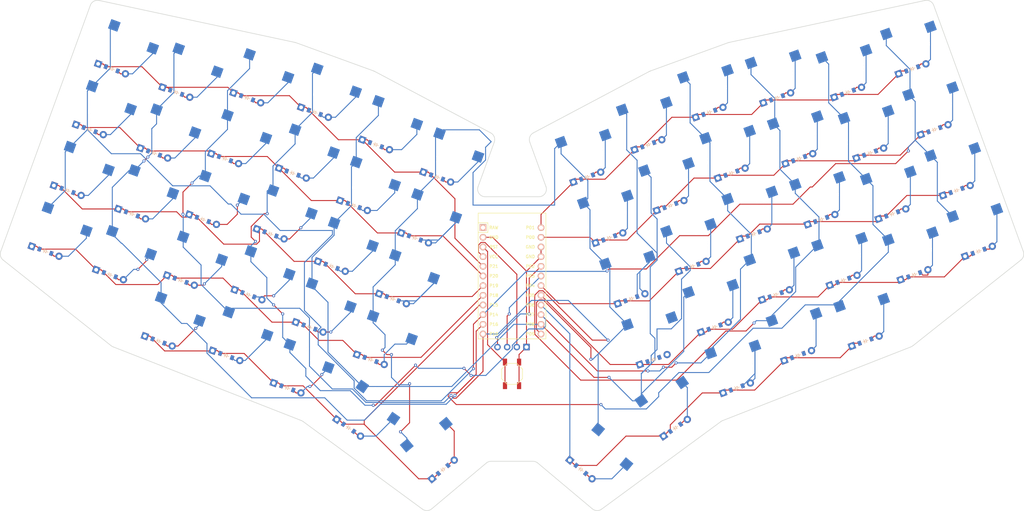
<source format=kicad_pcb>
(kicad_pcb (version 20241229) (generator "pcbnew") (generator_version "9.0")
  (title_block (title "tutorial") (rev "v1.0.0") (company "Unknown"))
  (layers (0 "F.Cu" signal) (2 "B.Cu" signal) (13 "F.Paste" user) (15 "B.Paste" user) (5 "F.SilkS" user) (7 "B.SilkS" user) (1 "F.Mask" user) (3 "B.Mask" user) (25 "Edge.Cuts" user))
  (net 0 "")
  (net 1 "P14")
  (net 2 "outer_bottom")
  (net 3 "outer_home")
  (net 4 "outer_top")
  (net 5 "outer_num")
  (net 6 "P16")
  (net 7 "pinky_bottom")
  (net 8 "pinky_home")
  (net 9 "pinky_top")
  (net 10 "pinky_num")
  (net 11 "ring_mod")
  (net 12 "P10")
  (net 13 "ring_bottom")
  (net 14 "ring_home")
  (net 15 "ring_top")
  (net 16 "ring_num")
  (net 17 "middle_mod")
  (net 18 "P7")
  (net 19 "middle_bottom")
  (net 20 "middle_home")
  (net 21 "middle_top")
  (net 22 "middle_num")
  (net 23 "index_mod")
  (net 24 "P8")
  (net 25 "index_bottom")
  (net 26 "index_home")
  (net 27 "index_top")
  (net 28 "index_num")
  (net 29 "P9")
  (net 30 "inner_bottom")
  (net 31 "inner_home")
  (net 32 "inner_top")
  (net 33 "inner_num")
  (net 34 "layer_cluster")
  (net 35 "space_cluster")
  (net 36 "mirror_outer_bottom")
  (net 37 "mirror_outer_home")
  (net 38 "mirror_outer_top")
  (net 39 "mirror_outer_num")
  (net 40 "mirror_pinky_bottom")
  (net 41 "mirror_pinky_home")
  (net 42 "mirror_pinky_top")
  (net 43 "mirror_pinky_num")
  (net 44 "mirror_ring_mod")
  (net 45 "mirror_ring_bottom")
  (net 46 "mirror_ring_home")
  (net 47 "mirror_ring_top")
  (net 48 "mirror_ring_num")
  (net 49 "mirror_middle_mod")
  (net 50 "mirror_middle_bottom")
  (net 51 "mirror_middle_home")
  (net 52 "mirror_middle_top")
  (net 53 "mirror_middle_num")
  (net 54 "mirror_index_mod")
  (net 55 "mirror_index_bottom")
  (net 56 "mirror_index_home")
  (net 57 "mirror_index_top")
  (net 58 "mirror_index_num")
  (net 59 "mirror_inner_bottom")
  (net 60 "mirror_inner_home")
  (net 61 "mirror_inner_top")
  (net 62 "mirror_inner_num")
  (net 63 "mirror_layer_cluster")
  (net 64 "mirror_space_cluster")
  (net 65 "P18")
  (net 66 "P19")
  (net 67 "P20")
  (net 68 "P21")
  (net 69 "P15")
  (net 70 "P5")
  (net 71 "P4")
  (net 72 "P0")
  (net 73 "P1")
  (net 74 "P6")
  (net 75 "RAW")
  (net 76 "GND")
  (net 77 "RST")
  (net 78 "VCC")
  (net 79 "P2")
  (net 80 "P3")
  (footprint "E73:SW_TACT_ALPS_SKQGABE010" (layer "F.Cu") (at 186.452004 149.098264 -90)
    (property "Reference" "B1" (hide yes))
    (property "Value" "" (hide yes))
  )
  (footprint "PG1350" (layer "F.Cu") (at 112.74931 87.861215 -20)
    (property "Reference" "S12" (hide yes))
    (property "Value" "" (hide yes))
  )
  (footprint "PG1350" (layer "F.Cu") (at 236.570837 75.693571 20)
    (property "Reference" "S47" (hide yes))
    (property "Value" "" (hide yes))
  )
  (footprint "PG1350" (layer "F.Cu") (at 118.563653 71.88644 -20)
    (property "Reference" "S13" (hide yes))
    (property "Value" "" (hide yes))
  )
  (footprint "ComboDiode" (layer "F.Cu") (at 144.868144 104.872403 -20)
    (property "Reference" "D22" (hide yes))
    (property "Value" "" (hide yes))
  )
  (footprint "ComboDiode" (layer "F.Cu") (at 117.180042 128.316358 -20)
    (property "Reference" "D15" (hide yes))
    (property "Value" "" (hide yes))
  )
  (footprint "PG1350" (layer "F.Cu") (at 237.954448 132.123489 20)
    (property "Reference" "S49" (hide yes))
    (property "Value" "" (hide yes))
  )
  (footprint "PG1350" (layer "F.Cu") (at 88.3104 102.37809 -20)
    (property "Reference" "S6" (hide yes))
    (property "Value" "" (hide yes))
  )
  (footprint "PG1350" (layer "F.Cu") (at 220.511421 84.199165 20)
    (property "Reference" "S52" (hide yes))
    (property "Value" "" (hide yes))
  )
  (footprint "ComboDiode" (layer "F.Cu") (at 211.976447 113.377997 20)
    (property "Reference" "D55" (hide yes))
    (property "Value" "" (hide yes))
  )
  (footprint "ComboDiode" (layer "F.Cu") (at 261.538308 144.291133 20)
    (property "Reference" "D43" (hide yes))
    (property "Value" "" (hide yes))
  )
  (footprint "PG1350" (layer "F.Cu") (at 146.578245 100.17394 -20)
    (property "Reference" "S22" (hide yes))
    (property "Value" "" (hide yes))
  )
  (footprint "PG1350" (layer "F.Cu") (at 216.080689 124.654309 20)
    (property "Reference" "S54" (hide yes))
    (property "Value" "" (hide yes))
  )
  (footprint "ComboDiode" (layer "F.Cu") (at 204.551183 174.204557 -40)
    (property "Reference" "D58" (hide yes))
    (property "Value" "" (hide yes))
  )
  (footprint "PG1350" (layer "F.Cu") (at 82.496057 118.352864 -20)
    (property "Reference" "S5" (hide yes))
    (property "Value" "" (hide yes))
  )
  (footprint "PG1350" (layer "F.Cu") (at 129.135217 148.098264 -20)
    (property "Reference" "S19" (hide yes))
    (property "Value" "" (hide yes))
  )
  (footprint "ComboDiode" (layer "F.Cu") (at 122.994385 112.341584 -20)
    (property "Reference" "D16" (hide yes))
    (property "Value" "" (hide yes))
  )
  (footprint "ComboDiode" (layer "F.Cu") (at 279.307825 140.484002 20)
    (property "Reference" "D38" (hide yes))
    (property "Value" "" (hide yes))
  )
  (footprint "ComboDiode" (layer "F.Cu") (at 273.493483 124.509227 20)
    (property "Reference" "D39" (hide yes))
    (property "Value" "" (hide yes))
  )
  (footprint "PG1350" (layer "F.Cu") (at 295.693732 80.246953 20)
    (property "Reference" "S32" (hide yes))
    (property "Value" "" (hide yes))
  )
  (footprint "ComboDiode" (layer "F.Cu") (at 244.09528 96.366809 20)
    (property "Reference" "D46" (hide yes))
    (property "Value" "" (hide yes))
  )
  (footprint "ComboDiode" (layer "F.Cu") (at 261.864798 92.559678 20)
    (property "Reference" "D41" (hide yes))
    (property "Value" "" (hide yes))
  )
  (footprint "ComboDiode" (layer "F.Cu") (at 93.596182 140.484002 -20)
    (property "Reference" "D9" (hide yes))
    (property "Value" "" (hide yes))
  )
  (footprint "PG1350" (layer "F.Cu") (at 146.389979 159.167283 -35)
    (property "Reference" "S28" (hide yes))
    (property "Value" "" (hide yes))
  )
  (footprint "PG1350" (layer "F.Cu") (at 168.452004 92.70476 -20)
    (property "Reference" "S27" (hide yes))
    (property "Value" "" (hide yes))
  )
  (footprint "ComboDiode" (layer "F.Cu") (at 63.871489 116.894965 -20)
    (property "Reference" "D1" (hide yes))
    (property "Value" "" (hide yes))
  )
  (footprint "ComboDiode" (layer "F.Cu") (at 99.410525 124.509227 -20)
    (property "Reference" "D10" (hide yes))
    (property "Value" "" (hide yes))
  )
  (footprint "PG1350" (layer "F.Cu") (at 284.593608 102.37809 20)
    (property "Reference" "S35" (hide yes))
    (property "Value" "" (hide yes))
  )
  (footprint "ComboDiode" (layer "F.Cu") (at 116.853552 76.584903 -20)
    (property "Reference" "D13" (hide yes))
    (property "Value" "" (hide yes))
  )
  (footprint "PG1350" (layer "F.Cu") (at 226.325763 100.17394 20)
    (property "Reference" "S51" (hide yes))
    (property "Value" "" (hide yes))
  )
  (footprint "ComboDiode" (layer "F.Cu") (at 245.478891 152.796727 20)
    (property "Reference" "D48" (hide yes))
    (property "Value" "" (hide yes))
  )
  (footprint "PG1350" (layer "F.Cu") (at 232.140105 116.148715 20)
    (property "Reference" "S50" (hide yes))
    (property "Value" "" (hide yes))
  )
  (footprint "PG1350" (layer "F.Cu") (at 242.38518 91.668346 20)
    (property "Reference" "S46" (hide yes))
    (property "Value" "" (hide yes))
  )
  (footprint "ComboDiode" (layer "F.Cu") (at 150.682486 88.897629 -20)
    (property "Reference" "D23" (hide yes))
    (property "Value" "" (hide yes))
  )
  (footprint "PG1350" (layer "F.Cu") (at 277.597725 135.785539 20)
    (property "Reference" "S38" (hide yes))
    (property "Value" "" (hide yes))
  )
  (footprint "ComboDiode" (layer "F.Cu") (at 111.039209 92.559678 -20)
    (property "Reference" "D12" (hide yes))
    (property "Value" "" (hide yes))
  )
  (footprint "PG1350" (layer "F.Cu") (at 156.823319 124.654309 -20)
    (property "Reference" "S25" (hide yes))
    (property "Value" "" (hide yes))
  )
  (footprint "PG1350" (layer "F.Cu") (at 124.704485 107.64312 -20)
    (property "Reference" "S16" (hide yes))
    (property "Value" "" (hide yes))
  )
  (footprint "PG1350" (layer "F.Cu") (at 152.392587 84.199165 -20)
    (property "Reference" "S23" (hide yes))
    (property "Value" "" (hide yes))
  )
  (footprint "ComboDiode" (layer "F.Cu") (at 98.228984 75.127004 -20)
    (property "Reference" "D8" (hide yes))
    (property "Value" "" (hide yes))
  )
  (footprint "ComboDiode" (layer "F.Cu") (at 238.280938 80.392034 20)
    (property "Reference" "D47" (hide yes))
    (property "Value" "" (hide yes))
  )
  (footprint "PG1350" (layer "F.Cu") (at 151.008976 140.629083 -20)
    (property "Reference" "S24" (hide yes))
    (property "Value" "" (hide yes))
  )
  (footprint "ComboDiode" (layer "F.Cu") (at 75.500174 84.945416 -20)
    (property "Reference" "D3" (hide yes))
    (property "Value" "" (hide yes))
  )
  (footprint "PG1350" (layer "F.Cu") (at 95.306283 135.785539 -20)
    (property "Reference" "S9" (hide yes))
    (property "Value" "" (hide yes))
  )
  (footprint "ComboDiode" (layer "F.Cu") (at 149.298876 145.327546 -20)
    (property "Reference" "D24" (hide yes))
    (property "Value" "" (hide yes))
  )
  (footprint "ComboDiode" (layer "F.Cu") (at 217.790789 129.352772 20)
    (property "Reference" "D54" (hide yes))
    (property "Value" "" (hide yes))
  )
  (footprint "ComboDiode" (layer "F.Cu") (at 291.589491 68.970641 20)
    (property "Reference" "D33" (hide yes))
    (property "Value" "" (hide yes))
  )
  (footprint "ComboDiode" (layer "F.Cu") (at 155.113218 129.352772 -20)
    (property "Reference" "D25" (hide yes))
    (property "Value" "" (hide yes))
  )
  (footprint "ComboDiode" (layer "F.Cu") (at 128.808727 96.366809 -20)
    (property "Reference" "D17" (hide yes))
    (property "Value" "" (hide yes))
  )
  (footprint "ComboDiode" (layer "F.Cu") (at 166.741903 97.403223 -20)
    (property "Reference" "D27" (hide yes))
    (property "Value" "" (hide yes))
  )
  (footprint "PG1350" (layer "F.Cu") (at 65.58159 112.196502 -20)
    (property "Reference" "S1" (hide yes))
    (property "Value" "" (hide yes))
  )
  (footprint "PG1350" (layer "F.Cu") (at 271.783382 119.810764 20)
    (property "Reference" "S39" (hide yes))
    (property "Value" "" (hide yes))
  )
  (footprint "ComboDiode" (layer "F.Cu") (at 303.218176 100.92019 20)
    (property "Reference" "D31" (hide yes))
    (property "Value" "" (hide yes))
  )
  (footprint "ComboDiode" (layer "F.Cu") (at 280.489366 91.101778 20)
    (property "Reference" "D36" (hide yes))
    (property "Value" "" (hide yes))
  )
  (footprint "PG1350" (layer "F.Cu") (at 99.939085 70.428541 -20)
    (property "Reference" "S8" (hide yes))
    (property "Value" "" (hide yes))
  )
  (footprint "PG1350" (layer "F.Cu") (at 260.154697 87.861215 20)
    (property "Reference" "S41" (hide yes))
    (property "Value" "" (hide yes))
  )
  (footprint "lib:OLED_headers" (layer "F.Cu") (at 180.452004 143.654309 90)
    (property "Reference" "OLED1" (hide yes))
    (property "Value" "OLED")
  )
  (footprint "PG1350" (layer "F.Cu") (at 290.40795 118.352864 20)
    (property "Reference" "S34" (hide yes))
    (property "Value" "" (hide yes))
  )
  (footprint "ComboDiode" (layer "F.Cu") (at 229.381911 163.263044 35)
    (property "Reference" "D57" (hide yes))
    (property "Value" "" (hide yes))
  )
  (footprint "PG1350" (layer "F.Cu") (at 243.76879 148.098264 20)
    (property "Reference" "S48" (hide yes))
    (property "Value" "" (hide yes))
  )
  (footprint "ComboDiode" (layer "F.Cu") (at 134.623069 80.392034 -20)
    (property "Reference" "D18" (hide yes))
    (property "Value" "" (hide yes))
  )
  (footprint "PG1350" (layer "F.Cu") (at 207.765121 170.374335 -40)
    (property "Reference" "S58" (hide yes))
    (property "Value" "" (hide yes))
  )
  (footprint "PG1350" (layer "F.Cu") (at 140.763902 116.148715 -20)
    (property "Reference" "S21" (hide yes))
    (property "Value" "" (hide yes))
  )
  (footprint "PG1350" (layer "F.Cu") (at 83.024618 64.272178 -20)
    (property "Reference" "S4" (hide yes))
    (property "Value" "" (hide yes))
  )
  (footprint "ComboDiode" (layer "F.Cu") (at 256.050456 76.584903 20)
    (property "Reference" "D42" (hide yes))
    (property "Value" "" (hide yes))
  )
  (footprint "ComboDiode" (layer "F.Cu") (at 127.425117 152.796727 -20)
    (property "Reference" "D19" (hide yes))
    (property "Value" "" (hide yes))
  )
  (footprint "ComboDiode" (layer "F.Cu") (at 223.605132 145.327546 20)
    (property "Reference" "D53" (hide yes))
    (property "Value" "" (hide yes))
  )
  (footprint "ComboDiode" (layer "F.Cu") (at 297.403833 84.945416 20)
    (property "Reference" "D32" (hide yes))
    (property "Value" "" (hide yes))
  )
  (footprint "PG1350" (layer "F.Cu") (at 162.637661 108.679534 -20)
    (property "Reference" "S26" (hide yes))
    (property "Value" "" (hide yes))
  )
  (footprint "ComboDiode" (layer "F.Cu") (at 69.685832 100.92019 -20)
    (property "Reference" "D2" (hide yes))
    (property "Value" "" (hide yes))
  )
  (footprint "PG1350" (layer "F.Cu") (at 307.322417 112.196502 20)
    (property "Reference" "S30" (hide yes))
    (property "Value" "" (hide yes))
  )
  (footprint "PG1350" (layer "F.Cu") (at 254.340355 71.88644 20)
    (property "Reference" "S42" (hide yes))
    (property "Value" "" (hide yes))
  )
  (footprint "PG1350" (layer "F.Cu") (at 254.013865 123.617895 20)
    (property "Reference" "S44" (hide yes))
    (property "Value" "" (hide yes))
  )
  (footprint "ComboDiode" (layer "F.Cu") (at 239.664549 136.821952 20)
    (property "Reference" "D49" (hide yes))
    (property "Value" "" (hide yes))
  )
  (footprint "ComboDiode" (layer "F.Cu") (at 309.032518 116.894965 20)
    (property "Reference" "D30" (hide yes))
    (property "Value" "" (hide yes))
  )
  (footprint "PG1350" (layer "F.Cu") (at 278.779265 86.403315 20)
    (property "Reference" "S36" (hide yes))
    (property "Value" "" (hide yes))
  )
  (footprint "ComboDiode" (layer "F.Cu") (at 267.67914 108.534453 20)
    (property "Reference" "D40" (hide yes))
    (property "Value" "" (hide yes))
  )
  (footprint "PG1350" (layer "F.Cu") (at 134.94956 132.123489 -20)
    (property "Reference" "S20" (hide yes))
    (property "Value" "" (hide yes))
  )
  (footprint "PG1350" (layer "F.Cu") (at 248.199522 107.64312 20)
    (property "Reference" "S45" (hide yes))
    (property "Value" "" (hide yes))
  )
  (footprint "PG1350" (layer "F.Cu") (at 221.895031 140.629083 20)
    (property "Reference" "S53" (hide yes))
    (property "Value" "" (hide yes))
  )
  (footprint "PG1350" (layer "F.Cu") (at 272.964923 70.428541 20)
    (property "Reference" "S37" (hide yes))
    (property "Value" "" (hide yes))
  )
  (footprint "ComboDiode" (layer "F.Cu") (at 92.414642 91.101778 -20)
    (property "Reference" "D7" (hide yes))
    (property "Value" "" (hide yes))
  )
  (footprint "PG1350" (layer "F.Cu") (at 165.138887 170.374335 40)
    (property "Reference" "S29" (hide yes))
    (property "Value" "" (hide yes))
  )
  (footprint "PG1350" (layer "F.Cu") (at 226.514029 159.167283 35)
    (property "Reference" "S57" (hide yes))
    (property "Value" "" (hide yes))
  )
  (footprint "PG1350" (layer "F.Cu") (at 136.33317 75.693571 -20)
    (property "Reference" "S18" (hide yes))
    (property "Value" "" (hide yes))
  )
  (footprint "PG1350" (layer "F.Cu") (at 289.87939 64.272178 20)
    (property "Reference" "S33" (hide yes))
    (property "Value" "" (hide yes))
  )
  (footprint "ComboDiode" (layer "F.Cu") (at 160.927561 113.377997 -20)
    (property "Reference" "D26" (hide yes))
    (property "Value" "" (hide yes))
  )
  (footprint "ComboDiode" (layer "F.Cu") (at 228.035864 104.872403 20)
    (property "Reference" "D51" (hide yes))
    (property "Value" "" (hide yes))
  )
  (footprint "ComboDiode" (layer "F.Cu") (at 255.723965 128.316358 20)
    (property "Reference" "D44" (hide yes))
    (property "Value" "" (hide yes))
  )
  (footprint "PG1350" (layer "F.Cu") (at 71.395933 96.221727 -20)
    (property "Reference" "S2" (hide yes))
    (property "Value" "" (hide yes))
  )
  (footprint "ComboDiode" (layer "F.Cu") (at 292.118051 123.051328 20)
    (property "Reference" "D34" (hide yes))
    (property "Value" "" (hide yes))
  )
  (footprint "PG1350" (layer "F.Cu") (at 77.210275 80.246953 -20)
    (property "Reference" "S3" (hide yes))
    (property "Value" "" (hide yes))
  )
  (footprint "ComboDiode" (layer "F.Cu") (at 274.675023 75.127004 20)
    (property "Reference" "D37" (hide yes))
    (property "Value" "" (hide yes))
  )
  (footprint "ComboDiode" (layer "F.Cu") (at 80.785957 123.051328 -20)
    (property "Reference" "D5" (hide yes))
    (property "Value" "" (hide yes))
  )
  (footprint "PG1350" (layer "F.Cu") (at 259.828207 139.59267 20)
    (property "Reference" "S43" (hide yes))
    (property "Value" "" (hide yes))
  )
  (footprint "PG1350" (layer "F.Cu") (at 204.452004 92.70476 20)
    (property "Reference" "S56" (hide yes))
    (property "Value" "" (hide yes))
  )
  (footprint "ComboDiode" (layer "F.Cu") (at 249.909623 112.341584 20)
    (property "Reference" "D45" (hide yes))
    (property "Value" "" (hide yes))
  )
  (footprint "ComboDiode" (layer "F.Cu") (at 233.850206 120.847178 20)
    (property "Reference" "D50" (hide yes))
    (property "Value" "" (hide yes))
  )
  (footprint "ComboDiode" (layer "F.Cu") (at 168.352825 174.204557 40)
    (property "Reference" "D29" (hide yes))
    (property "Value" "" (hide yes))
  )
  (footprint "ComboDiode" (layer "F.Cu") (at 143.522097 163.263044 -35)
    (property "Reference" "D28" (hide yes))
    (property "Value" "" (hide yes))
  )
  (footprint "ComboDiode" (layer "F.Cu") (at 81.314517 68.970641 -20)
    (property "Reference" "D4" (hide yes))
    (property "Value" "" (hide yes))
  )
  (footprint "PG1350" (layer "F.Cu") (at 130.518828 91.668346 -20)
    (property "Reference" "S17" (hide yes))
    (property "Value" "" (hide yes))
  )
  (footprint "ComboDiode" (layer "F.Cu") (at 111.3657 144.291133 -20)
    (property "Reference" "D14" (hide yes))
    (property "Value" "" (hide yes))
  )
  (footprint "ComboDiode" (layer "F.Cu") (at 222.221521 88.897629 20)
    (property "Reference" "D52" (hide yes))
    (property "Value" "" (hide yes))
  )
  (footprint "ComboDiode" (layer "F.Cu") (at 86.600299 107.076553 -20)
    (property "Reference" "D6" (hide yes))
    (property "Value" "" (hide yes))
  )
  (footprint "ProMicro" (layer "F.Cu") (at 186.452004 124.654309 -90)
    (property "Reference" "MCU1" (hide yes))
    (property "Value" "" (hide yes))
  )
  (footprint "PG1350" (layer "F.Cu") (at 106.934968 103.835989 -20)
    (property "Reference" "S11" (hide yes))
    (property "Value" "" (hide yes))
  )
  (footprint "ComboDiode" (layer "F.Cu") (at 206.162104 97.403223 20)
    (property "Reference" "D56" (hide yes))
    (property "Value" "" (hide yes))
  )
  (footprint "PG1350" (layer "F.Cu") (at 118.890143 123.617895 -20)
    (property "Reference" "S15" (hide yes))
    (property "Value" "" (hide yes))
  )
  (footprint "PG1350" (layer "F.Cu") (at 113.0758 139.59267 -20)
    (property "Reference" "S14" (hide yes))
    (property "Value" "" (hide yes))
  )
  (footprint "ComboDiode" (layer "F.Cu") (at 139.053801 120.847178 -20)
    (property "Reference" "D21" (hide yes))
    (property "Value" "" (hide yes))
  )
  (footprint "PG1350" (layer "F.Cu") (at 101.120625 119.810764 -20)
    (property "Reference" "S10" (hide yes))
    (property "Value" "" (hide yes))
  )
  (footprint "PG1350" (layer "F.Cu") (at 210.266346 108.679534 20)
    (property "Reference" "S55" (hide yes))
    (property "Value" "" (hide yes))
  )
  (footprint "ComboDiode" (layer "F.Cu") (at 286.303708 107.076553 20)
    (property "Reference" "D35" (hide yes))
    (property "Value" "" (hide yes))
  )
  (footprint "ComboDiode" (layer "F.Cu") (at 133.239459 136.821952 -20)
    (property "Reference" "D20" (hide yes))
    (property "Value" "" (hide yes))
  )
  (footprint "ComboDiode" (layer "F.Cu") (at 105.224867 108.534453 -20)
    (property "Reference" "D11" (hide yes))
    (property "Value" "" (hide yes))
  )
  (footprint "PG1350" (layer "F.Cu") (at 94.124742 86.403315 -20)
    (property "Reference" "S7" (hide yes))
    (property "Value" "" (hide yes))
  )
  (footprint "PG1350" (layer "F.Cu") (at 301.508075 96.221727 20)
    (property "Reference" "S31" (hide yes))
    (property "Value" "" (hide yes))
  )
  (footprint "PG1350" (layer "F.Cu") (at 265.96904 103.835989 20)
    (property "Reference" "S40" (hide yes))
    (property "Value" "" (hide yes))
  )
  (gr_arc (start 179.421788 102.574984) (mid 177.783483 101.722137) (end 177.542402 99.890943) (stroke (width 0.15)) (layer "Edge.Cuts"))
  (gr_line (start 207.534692 184.540462) (end 193.208625 172.519465) (stroke (width 0.15)) (layer "Edge.Cuts"))
  (gr_arc (start 191.92305 172.051554) (mid 192.60709 172.172169) (end 193.208625 172.519465) (stroke (width 0.15)) (layer "Edge.Cuts"))
  (gr_arc (start 210.003982 184.62046) (mid 208.755508 185.007325) (end 207.534692 184.540462) (stroke (width 0.15)) (layer "Edge.Cuts"))
  (gr_arc (start 222.520857 69.653715) (mid 222.644945 69.59338) (end 222.772897 69.541744) (stroke (width 0.15)) (layer "Edge.Cuts"))
  (gr_arc (start 294.922021 51.008005) (mid 296.309215 51.2136) (end 297.220398 52.279584) (stroke (width 0.15)) (layer "Edge.Cuts"))
  (gr_arc (start 241.336362 161.613892) (mid 241.555473 161.473968) (end 241.790882 161.363647) (stroke (width 0.15)) (layer "Edge.Cuts"))
  (gr_arc (start 52.782922 119.197138) (mid 52.101571 118.174483) (end 52.146788 116.946469) (stroke (width 0.15)) (layer "Edge.Cuts"))
  (gr_arc (start 131.113126 161.363647) (mid 131.348536 161.473968) (end 131.567646 161.613892) (stroke (width 0.15)) (layer "Edge.Cuts"))
  (gr_line (start 243.451402 62.03562) (end 294.92202 51.008005) (stroke (width 0.15)) (layer "Edge.Cuts"))
  (gr_line (start 181.784233 88.236608) (end 177.542402 99.890943) (stroke (width 0.15)) (layer "Edge.Cuts"))
  (gr_line (start 241.336362 161.613892) (end 210.003981 184.62046) (stroke (width 0.15)) (layer "Edge.Cuts"))
  (gr_line (start 179.421788 102.574983) (end 193.48222 102.574983) (stroke (width 0.15)) (layer "Edge.Cuts"))
  (gr_line (start 291.246361 141.999408) (end 241.790882 161.363647) (stroke (width 0.15)) (layer "Edge.Cuts"))
  (gr_line (start 179.695382 172.519465) (end 165.369315 184.540462) (stroke (width 0.15)) (layer "Edge.Cuts"))
  (gr_line (start 297.220398 52.279584) (end 320.757219 116.946469) (stroke (width 0.15)) (layer "Edge.Cuts"))
  (gr_arc (start 180.840928 85.785154) (mid 181.771427 86.83432) (end 181.784233 88.236608) (stroke (width 0.15)) (layer "Edge.Cuts"))
  (gr_arc (start 320.757219 116.946469) (mid 320.802436 118.174483) (end 320.121085 119.197138) (stroke (width 0.15)) (layer "Edge.Cuts"))
  (gr_line (start 77.981987 51.008005) (end 129.452605 62.03562) (stroke (width 0.15)) (layer "Edge.Cuts"))
  (gr_line (start 162.900026 184.62046) (end 131.567646 161.613892) (stroke (width 0.15)) (layer "Edge.Cuts"))
  (gr_arc (start 165.369316 184.540462) (mid 164.1485 185.007325) (end 162.900026 184.62046) (stroke (width 0.15)) (layer "Edge.Cuts"))
  (gr_arc (start 191.119774 88.236608) (mid 191.13258 86.834319) (end 192.063079 85.785154) (stroke (width 0.15)) (layer "Edge.Cuts"))
  (gr_line (start 81.143589 141.703705) (end 52.782922 119.197138) (stroke (width 0.15)) (layer "Edge.Cuts"))
  (gr_arc (start 81.657647 141.999407) (mid 81.389597 141.870715) (end 81.143589 141.703705) (stroke (width 0.15)) (layer "Edge.Cuts"))
  (gr_arc (start 179.695382 172.519465) (mid 180.296917 172.172169) (end 180.980957 172.051554) (stroke (width 0.15)) (layer "Edge.Cuts"))
  (gr_line (start 192.063079 85.785154) (end 222.520857 69.653715) (stroke (width 0.15)) (layer "Edge.Cuts"))
  (gr_arc (start 291.760419 141.703706) (mid 291.514411 141.870717) (end 291.246361 141.999408) (stroke (width 0.15)) (layer "Edge.Cuts"))
  (gr_line (start 222.772897 69.541744) (end 243.186355 62.111853) (stroke (width 0.15)) (layer "Edge.Cuts"))
  (gr_line (start 320.121085 119.197138) (end 291.760419 141.703705) (stroke (width 0.15)) (layer "Edge.Cuts"))
  (gr_arc (start 243.186355 62.111854) (mid 243.317563 62.069163) (end 243.451402 62.03562) (stroke (width 0.15)) (layer "Edge.Cuts"))
  (gr_arc (start 150.13111 69.541744) (mid 150.259063 69.59338) (end 150.383151 69.653715) (stroke (width 0.15)) (layer "Edge.Cuts"))
  (gr_line (start 129.717653 62.111853) (end 150.13111 69.541744) (stroke (width 0.15)) (layer "Edge.Cuts"))
  (gr_line (start 195.361605 99.890943) (end 191.119774 88.236608) (stroke (width 0.15)) (layer "Edge.Cuts"))
  (gr_arc (start 75.68361 52.279584) (mid 76.594793 51.2136) (end 77.981987 51.008005) (stroke (width 0.15)) (layer "Edge.Cuts"))
  (gr_arc (start 129.452605 62.035619) (mid 129.586445 62.069162) (end 129.717653 62.111853) (stroke (width 0.15)) (layer "Edge.Cuts"))
  (gr_line (start 131.113126 161.363647) (end 81.657647 141.999408) (stroke (width 0.15)) (layer "Edge.Cuts"))
  (gr_line (start 52.146788 116.946469) (end 75.683609 52.279584) (stroke (width 0.15)) (layer "Edge.Cuts"))
  (gr_arc (start 195.361605 99.890943) (mid 195.120524 101.722136) (end 193.48222 102.574983) (stroke (width 0.15)) (layer "Edge.Cuts"))
  (gr_line (start 191.92305 172.051554) (end 180.980957 172.051554) (stroke (width 0.15)) (layer "Edge.Cuts"))
  (gr_line (start 150.383151 69.653715) (end 180.840929 85.785154) (stroke (width 0.15)) (layer "Edge.Cuts"))
  (segment (start 238.029578 112.790767) (end 246.285236 104.535109) (width 0.25) (layer "F.Cu") (net 1))
  (segment (start 265.321404 100.0125) (end 271.463586 93.870318) (width 0.25) (layer "F.Cu") (net 1))
  (segment (start 260.247623 104.535109) (end 264.770232 100.0125) (width 0.25) (layer "F.Cu") (net 1))
  (segment (start 264.770232 100.0125) (end 265.321404 100.0125) (width 0.25) (layer "F.Cu") (net 1))
  (segment (start 271.463586 93.870318) (end 287.227104 93.870318) (width 0.25) (layer "F.Cu") (net 1))
  (segment (start 176.311751 136.064562) (end 178.832004 133.544309) (width 0.25) (layer "F.Cu") (net 1))
  (segment (start 230.475756 112.790767) (end 238.029578 112.790767) (width 0.25) (layer "F.Cu") (net 1))
  (segment (start 221.720225 121.546298) (end 230.475756 112.790767) (width 0.25) (layer "F.Cu") (net 1))
  (segment (start 211.937324 121.546298) (end 221.720225 121.546298) (width 0.25) (layer "F.Cu") (net 1))
  (segment (start 176.311751 147.736751) (end 176.311751 136.064562) (width 0.25) (layer "F.Cu") (net 1))
  (segment (start 246.285236 104.535109) (end 260.247623 104.535109) (width 0.25) (layer "F.Cu") (net 1))
  (segment (start 211.41428 122.069342) (end 211.937324 121.546298) (width 0.25) (layer "F.Cu") (net 1))
  (segment (start 287.227104 93.870318) (end 290.561211 90.536211) (width 0.25) (layer "F.Cu") (net 1))
  (via (at 211.41428 122.069342) (size 0.8) (drill 0.4) (layers "F.Cu" "B.Cu") (net 1))
  (via (at 290.561211 90.536211) (size 0.8) (drill 0.4) (layers "F.Cu" "B.Cu") (net 1))
  (via (at 176.311751 147.736751) (size 0.8) (drill 0.4) (layers "F.Cu" "B.Cu") (net 1))
  (segment (start 131.91486 119.85983) (end 131.91486 132.471294) (width 0.25) (layer "B.Cu") (net 1))
  (segment (start 298.172504 93.527614) (end 298.172504 103.688047) (width 0.25) (layer "B.Cu") (net 1))
  (segment (start 178.832004 133.544309) (end 190.200832 122.175481) (width 0.25) (layer "B.Cu") (net 1))
  (segment (start 290.993072 75.364045) (end 290.581219 75.775898) (width 0.25) (layer "B.Cu") (net 1))
  (segment (start 74.903755 84.960145) (end 70.35346 89.51044) (width 0.25) (layer "B.Cu") (net 1))
  (segment (start 121.261202 107.15625) (end 125.534607 111.429655) (width 0.25) (layer "B.Cu") (net 1))
  (segment (start 290.993072 69.092639) (end 290.993072 75.364045) (width 0.25) (layer "B.Cu") (net 1))
  (segment (start 69.089413 100.934919) (end 64.539117 105.485215) (width 0.25) (layer "B.Cu") (net 1))
  (segment (start 290.581219 75.775898) (end 292.358161 77.55284) (width 0.25) (layer "B.Cu") (net 1))
  (segment (start 167.879174 156.169328) (end 176.311751 147.736751) (width 0.25) (layer "B.Cu") (net 1))
  (segment (start 136.290115 136.846549) (end 135.541188 137.595476) (width 0.25) (layer "B.Cu") (net 1))
  (segment (start 135.541188 137.595476) (end 135.541188 141.473828) (width 0.25) (layer "B.Cu") (net 1))
  (segment (start 148.28367 156.169328) (end 167.879174 156.169328) (width 0.25) (layer "B.Cu") (net 1))
  (segment (start 80.934118 58.608918) (end 80.934118 68.76935) (width 0.25) (layer "B.Cu") (net 1))
  (segment (start 290.561211 90.536211) (end 290.561211 89.510221) (width 0.25) (layer "B.Cu") (net 1))
  (segment (start 107.120782 99.692232) (end 111.91875 104.4902) (width 0.25) (layer "B.Cu") (net 1))
  (segment (start 125.534607 111.429655) (end 139.270429 111.429655) (width 0.25) (layer "B.Cu") (net 1))
  (segment (start 74.903755 84.960145) (end 81.207734 91.264124) (width 0.25) (layer "B.Cu") (net 1))
  (segment (start 135.541188 141.473828) (end 144.983489 150.916129) (width 0.25) (layer "B.Cu") (net 1))
  (segment (start 80.934118 68.76935) (end 76.167802 73.535666) (width 0.25) (layer "B.Cu") (net 1))
  (segment (start 97.310982 99.692232) (end 107.120782 99.692232) (width 0.25) (layer "B.Cu") (net 1))
  (segment (start 81.207734 91.264124) (end 88.882874 91.264124) (width 0.25) (layer "B.Cu") (net 1))
  (segment (start 115.277526 107.15625) (end 121.261202 107.15625) (width 0.25) (layer "B.Cu") (net 1))
  (segment (start 290.561211 89.510221) (end 292.358161 87.713271) (width 0.25) (layer "B.Cu") (net 1))
  (segment (start 298.172504 103.688047) (end 302.209904 107.725447) (width 0.25) (layer "B.Cu") (net 1))
  (segment (start 296.395562 91.750672) (end 298.172504 93.527614) (width 0.25) (layer "B.Cu") (net 1))
  (segment (start 144.983489 152.869147) (end 148.28367 156.169328) (width 0.25) (layer "B.Cu") (net 1))
  (segment (start 112.611476 104.4902) (end 115.277526 107.15625) (width 0.25) (layer "B.Cu") (net 1))
  (segment (start 70.35346 89.51044) (end 69.089413 90.774487) (width 0.25) (layer "B.Cu") (net 1))
  (segment (start 284.766877 59.801123) (end 284.766877 62.866444) (width 0.25) (layer "B.Cu") (net 1))
  (segment (start 69.089413 90.774487) (end 69.089413 100.934919) (width 0.25) (layer "B.Cu") (net 1))
  (segment (start 284.766877 62.866444) (end 290.993072 69.092639) (width 0.25) (layer "B.Cu") (net 1))
  (segment (start 292.358161 77.55284) (end 292.358161 87.713271) (width 0.25) (layer "B.Cu") (net 1))
  (segment (start 88.882874 91.264124) (end 97.310982 99.692232) (width 0.25) (layer "B.Cu") (net 1))
  (segment (start 211.308141 122.175481) (end 211.41428 122.069342) (width 0.25) (layer "B.Cu") (net 1))
  (segment (start 292.358161 87.713271) (end 296.395562 91.750672) (width 0.25) (layer "B.Cu") (net 1))
  (segment (start 131.91486 132.471294) (end 136.290115 136.846549) (width 0.25) (layer "B.Cu") (net 1))
  (segment (start 81.982145 57.560891) (end 80.934118 58.608918) (width 0.25) (layer "B.Cu") (net 1))
  (segment (start 76.167802 73.535666) (end 74.903755 74.799713) (width 0.25) (layer "B.Cu") (net 1))
  (segment (start 139.270429 111.429655) (end 139.270429 112.504261) (width 0.25) (layer "B.Cu") (net 1))
  (segment (start 144.983489 150.916129) (end 144.983489 152.869147) (width 0.25) (layer "B.Cu") (net 1))
  (segment (start 139.270429 112.504261) (end 131.91486 119.85983) (width 0.25) (layer "B.Cu") (net 1))
  (segment (start 74.903755 74.799713) (end 74.903755 84.960145) (width 0.25) (layer "B.Cu") (net 1))
  (segment (start 190.200832 122.175481) (end 211.308141 122.175481) (width 0.25) (layer "B.Cu") (net 1))
  (segment (start 111.91875 104.4902) (end 112.611476 104.4902) (width 0.25) (layer "B.Cu") (net 1))
  (segment (start 67.451718 118.198062) (end 66.160746 118.198062) (width 0.25) (layer "F.Cu") (net 2))
  (segment (start 66.160746 118.198062) (end 65.421982 117.459298) (width 0.25) (layer "F.Cu") (net 2))
  (segment (start 74.640122 113.478628) (end 69.920688 118.198062) (width 0.25) (layer "B.Cu") (net 2))
  (segment (start 69.920688 118.198062) (end 67.451718 118.198062) (width 0.25) (layer "B.Cu") (net 2))
  (segment (start 74.640122 111.502871) (end 74.640122 113.478628) (width 0.25) (layer "B.Cu") (net 2))
  (segment (start 73.266061 102.223287) (end 71.975089 102.223287) (width 0.25) (layer "F.Cu") (net 3))
  (segment (start 71.975089 102.223287) (end 71.236325 101.484523) (width 0.25) (layer "F.Cu") (net 3))
  (segment (start 75.142705 102.223287) (end 73.266061 102.223287) (width 0.25) (layer "B.Cu") (net 3))
  (segment (start 80.454465 96.911527) (end 75.142705 102.223287) (width 0.25) (layer "B.Cu") (net 3))
  (segment (start 80.454465 95.528096) (end 80.454465 96.911527) (width 0.25) (layer "B.Cu") (net 3))
  (segment (start 79.080403 86.248513) (end 77.789431 86.248513) (width 0.25) (layer "F.Cu") (net 4))
  (segment (start 77.789431 86.248513) (end 77.050667 85.509749) (width 0.25) (layer "F.Cu") (net 4))
  (segment (start 86.268807 79.553322) (end 86.268807 80.936753) (width 0.25) (layer "B.Cu") (net 4))
  (segment (start 80.957047 86.248513) (end 79.080403 86.248513) (width 0.25) (layer "B.Cu") (net 4))
  (segment (start 86.268807 80.936753) (end 80.957047 86.248513) (width 0.25) (layer "B.Cu") (net 4))
  (segment (start 83.603774 70.273738) (end 82.86501 69.534974) (width 0.25) (layer "F.Cu") (net 5))
  (segment (start 84.894746 70.273738) (end 83.603774 70.273738) (width 0.25) (layer "F.Cu") (net 5))
  (segment (start 92.08315 64.961978) (end 86.77139 70.273738) (width 0.25) (layer "B.Cu") (net 5))
  (segment (start 92.08315 63.578547) (end 92.08315 64.961978) (width 0.25) (layer "B.Cu") (net 5))
  (segment (start 86.77139 70.273738) (end 84.894746 70.273738) (width 0.25) (layer "B.Cu") (net 5))
  (segment (start 169.711346 155.069319) (end 169.711346 154.467879) (width 0.25) (layer "F.Cu") (net 6))
  (segment (start 177.037751 137.878562) (end 178.832004 136.084309) (width 0.25) (layer "F.Cu") (net 6))
  (segment (start 172.188651 154.042599) (end 177.037751 149.193499) (width 0.25) (layer "F.Cu") (net 6))
  (segment (start 171.804527 157.1625) (end 169.711346 155.069319) (width 0.25) (layer "F.Cu") (net 6))
  (segment (start 89.764087 93.170643) (end 90.789393 92.145337) (width 0.25) (layer "F.Cu") (net 6))
  (segment (start 171.45 154.78125) (end 172.188651 154.042599) (width 0.25) (layer "F.Cu") (net 6))
  (segment (start 169.711346 154.467879) (end 170.136626 154.042599) (width 0.25) (layer "F.Cu") (net 6))
  (segment (start 170.136626 154.042599) (end 172.188651 154.042599) (width 0.25) (layer "F.Cu") (net 6))
  (segment (start 209.805912 157.1625) (end 171.804527 157.1625) (width 0.25) (layer "F.Cu") (net 6))
  (segment (start 177.037751 149.193499) (end 177.037751 137.878562) (width 0.25) (layer "F.Cu") (net 6))
  (segment (start 172.188651 154.042599) (end 176.2125 150.01875) (width 0.25) (layer "F.Cu") (net 6))
  (via (at 209.805912 157.1625) (size 0.8) (drill 0.4) (layers "F.Cu" "B.Cu") (net 6))
  (via (at 89.764087 93.170643) (size 0.8) (drill 0.4) (layers "F.Cu" "B.Cu") (net 6))
  (via (at 171.45 154.78125) (size 0.8) (drill 0.4) (layers "F.Cu" "B.Cu") (net 6))
  (via (at 90.789393 92.145337) (size 0.8) (drill 0.4) (layers "F.Cu" "B.Cu") (net 6))
  (segment (start 274.837856 93.263796) (end 279.481095 97.907035) (width 0.25) (layer "B.Cu") (net 6))
  (segment (start 221.739304 158.308338) (end 210.95175 158.308338) (width 0.25) (layer "B.Cu") (net 6))
  (segment (start 147.689148 161.257783) (end 151.859586 157.087345) (width 0.25) (layer "B.Cu") (net 6))
  (segment (start 257.333909 137.113842) (end 249.780086 137.113842) (width 0.25) (layer "B.Cu") (net 6))
  (segment (start 106.320028 141.13047) (end 106.320028 143.654401) (width 0.25) (layer "B.Cu") (net 6))
  (segment (start 269.629351 77.894859) (end 273.666752 81.93226) (width 0.25) (layer "B.Cu") (net 6))
  (segment (start 83.956574 114.791084) (end 94.26381 125.09832) (width 0.25) (layer "B.Cu") (net 6))
  (segment (start 118.043951 155.378324) (end 137.253379 155.378324) (width 0.25) (layer "B.Cu") (net 6))
  (segment (start 263.479001 130.96875) (end 257.333909 137.113842) (width 0.25) (layer "B.Cu") (net 6))
  (segment (start 99.653919 135.847792) (end 101.03735 135.847792) (width 0.25) (layer "B.Cu") (net 6))
  (segment (start 249.780086 137.113842) (end 238.141453 148.752475) (width 0.25) (layer "B.Cu") (net 6))
  (segment (start 285.295437 117.135813) (end 272.485212 129.946038) (width 0.25) (layer "B.Cu") (net 6))
  (segment (start 272.485212 131.314484) (end 272.139478 130.96875) (width 0.25) (layer "B.Cu") (net 6))
  (segment (start 210.95175 158.308338) (end 209.805912 157.1625) (width 0.25) (layer "B.Cu") (net 6))
  (segment (start 87.267927 95.666803) (end 85.884496 95.666803) (width 0.25) (layer "B.Cu") (net 6))
  (segment (start 97.632565 64.981301) (end 97.632565 75.141732) (width 0.25) (layer "B.Cu") (net 6))
  (segment (start 224.977249 154.056145) (end 224.977249 155.070393) (width 0.25) (layer "B.Cu") (net 6))
  (segment (start 273.666752 81.93226) (end 274.837856 83.103364) (width 0.25) (layer "B.Cu") (net 6))
  (segment (start 137.253379 155.378324) (end 143.132838 161.257783) (width 0.25) (layer "B.Cu") (net 6))
  (segment (start 81.453584 111.641577) (end 81.453584 112.409834) (width 0.25) (layer "B.Cu") (net 6))
  (segment (start 143.132838 161.257783) (end 147.689148 161.257783) (width 0.25) (layer "B.Cu") (net 6))
  (segment (start 269.629351 67.734427) (end 269.629351 77.894859) (width 0.25) (layer "B.Cu") (net 6))
  (segment (start 98.896612 63.717254) (end 97.632565 64.981301) (width 0.25) (layer "B.Cu") (net 6))
  (segment (start 97.632565 75.141732) (end 93.082269 79.692028) (width 0.25) (layer "B.Cu") (net 6))
  (segment (start 87.267927 95.666803) (end 89.764087 93.170643) (width 0.25) (layer "B.Cu") (net 6))
  (segment (start 285.295437 113.881809) (end 285.295437 117.135813) (width 0.25) (layer "B.Cu") (net 6))
  (segment (start 106.320028 143.654401) (end 118.043951 155.378324) (width 0.25) (layer "B.Cu") (net 6))
  (segment (start 281.258036 99.683976) (end 281.258036 109.844408) (width 0.25) (layer "B.Cu") (net 6))
  (segment (start 93.082269 79.692028) (end 93.082269 83.419017) (width 0.25) (layer "B.Cu") (net 6))
  (segment (start 94.26381 125.09832) (end 94.26381 129.074252) (width 0.25) (layer "B.Cu") (net 6))
  (segment (start 85.884496 95.666803) (end 81.453584 100.097715) (width 0.25) (layer "B.Cu") (net 6))
  (segment (start 101.03735 135.847792) (end 106.320028 141.13047) (width 0.25) (layer "B.Cu") (net 6))
  (segment (start 281.258036 109.844408) (end 285.295437 113.881809) (width 0.25) (layer "B.Cu") (net 6))
  (segment (start 93.082269 83.419017) (end 91.818223 84.683063) (width 0.25) (layer "B.Cu") (net 6))
  (segment (start 169.143905 157.087345) (end 171.45 154.78125) (width 0.25) (layer "B.Cu") (net 6))
  (segment (start 91.818223 91.116507) (end 90.595645 92.339085) (width 0.25) (layer "B.Cu") (net 6))
  (segment (start 272.485212 129.946038) (end 272.485212 131.314484) (width 0.25) (layer "B.Cu") (net 6))
  (segment (start 83.834834 114.791084) (end 83.956574 114.791084) (width 0.25) (layer "B.Cu") (net 6))
  (segment (start 151.859586 157.087345) (end 169.143905 157.087345) (width 0.25) (layer "B.Cu") (net 6))
  (segment (start 81.453584 112.409834) (end 83.834834 114.791084) (width 0.25) (layer "B.Cu") (net 6))
  (segment (start 91.818223 84.683063) (end 91.818223 91.116507) (width 0.25) (layer "B.Cu") (net 6))
  (segment (start 279.481095 97.907035) (end 281.258036 99.683976) (width 0.25) (layer "B.Cu") (net 6))
  (segment (start 238.141453 148.752475) (end 230.280919 148.752475) (width 0.25) (layer "B.Cu") (net 6))
  (segment (start 272.139478 130.96875) (end 263.479001 130.96875) (width 0.25) (layer "B.Cu") (net 6))
  (segment (start 230.280919 148.752475) (end 224.977249 154.056145) (width 0.25) (layer "B.Cu") (net 6))
  (segment (start 94.26381 130.457683) (end 99.653919 135.847792) (width 0.25) (layer "B.Cu") (net 6))
  (segment (start 267.85241 65.957486) (end 269.629351 67.734427) (width 0.25) (layer "B.Cu") (net 6))
  (segment (start 224.977249 155.070393) (end 221.739304 158.308338) (width 0.25) (layer "B.Cu") (net 6))
  (segment (start 81.453584 100.097715) (end 81.453584 111.641577) (width 0.25) (layer "B.Cu") (net 6))
  (segment (start 274.837856 83.103364) (end 274.837856 93.263796) (width 0.25) (layer "B.Cu") (net 6))
  (segment (start 94.26381 129.074252) (end 94.26381 130.457683) (width 0.25) (layer "B.Cu") (net 6))
  (segment (start 84.366186 124.354425) (end 83.075214 124.354425) (width 0.25) (layer "F.Cu") (net 7))
  (segment (start 88.179311 121.643774) (end 90.4875 119.335585) (width 0.25) (layer "F.Cu") (net 7))
  (segment (start 83.075214 124.354425) (end 82.33645 123.615661) (width 0.25) (layer "F.Cu") (net 7))
  (segment (start 90.4875 119.335585) (end 90.4875 119.0625) (width 0.25) (layer "F.Cu") (net 7))
  (segment (start 85.279015 124.354425) (end 84.366186 124.354425) (width 0.25) (layer "F.Cu") (net 7))
  (via (at 88.179311 121.643774) (size 0.8) (drill 0.4) (layers "F.Cu" "B.Cu") (net 7))
  (via (at 90.4875 119.0625) (size 0.8) (drill 0.4) (layers "F.Cu" "B.Cu") (net 7))
  (segment (start 90.4875 119.0625) (end 90.4875 118.726322) (width 0.25) (layer "B.Cu") (net 7))
  (segment (start 87.076837 121.643774) (end 88.179311 121.643774) (width 0.25) (layer "B.Cu") (net 7))
  (segment (start 84.366186 124.354425) (end 87.076837 121.643774) (width 0.25) (layer "B.Cu") (net 7))
  (segment (start 90.4875 118.726322) (end 91.554589 117.659233) (width 0.25) (layer "B.Cu") (net 7))
  (segment (start 88.889556 108.37965) (end 88.150792 107.640886) (width 0.25) (layer "F.Cu") (net 8))
  (segment (start 90.180528 108.37965) (end 88.889556 108.37965) (width 0.25) (layer "F.Cu") (net 8))
  (segment (start 97.368932 101.684459) (end 97.368932 103.06789) (width 0.25) (layer "B.Cu") (net 8))
  (segment (start 92.057172 108.37965) (end 90.180528 108.37965) (width 0.25) (layer "B.Cu") (net 8))
  (segment (start 97.368932 103.06789) (end 92.057172 108.37965) (width 0.25) (layer "B.Cu") (net 8))
  (segment (start 94.703899 92.404875) (end 93.965135 91.666111) (width 0.25) (layer "F.Cu") (net 9))
  (segment (start 95.994871 92.404875) (end 94.703899 92.404875) (width 0.25) (layer "F.Cu") (net 9))
  (segment (start 97.871514 92.404875) (end 95.994871 92.404875) (width 0.25) (layer "B.Cu") (net 9))
  (segment (start 103.183274 85.709684) (end 103.183274 87.093115) (width 0.25) (layer "B.Cu") (net 9))
  (segment (start 103.183274 87.093115) (end 97.871514 92.404875) (width 0.25) (layer "B.Cu") (net 9))
  (segment (start 101.809213 76.430101) (end 100.518241 76.430101) (width 0.25) (layer "F.Cu") (net 10))
  (segment (start 100.518241 76.430101) (end 99.779477 75.691337) (width 0.25) (layer "F.Cu") (net 10))
  (segment (start 108.997617 69.73491) (end 108.997617 71.118341) (width 0.25) (layer "B.Cu") (net 10))
  (segment (start 103.685857 76.430101) (end 101.809213 76.430101) (width 0.25) (layer "B.Cu") (net 10))
  (segment (start 108.997617 71.118341) (end 103.685857 76.430101) (width 0.25) (layer "B.Cu") (net 10))
  (segment (start 103.360556 137.145693) (end 98.71915 141.787099) (width 0.25) (layer "F.Cu") (net 11))
  (segment (start 95.885439 141.787099) (end 95.146675 141.048335) (width 0.25) (layer "F.Cu") (net 11))
  (segment (start 97.176411 141.787099) (end 95.885439 141.787099) (width 0.25) (layer "F.Cu") (net 11))
  (segment (start 98.71915 141.787099) (end 97.176411 141.787099) (width 0.25) (layer "F.Cu") (net 11))
  (via (at 103.360556 137.145693) (size 0.8) (drill 0.4) (layers "F.Cu" "B.Cu") (net 11))
  (segment (start 104.364815 136.141434) (end 103.360556 137.145693) (width 0.25) (layer "B.Cu") (net 11))
  (segment (start 104.364815 135.091908) (end 104.364815 136.141434) (width 0.25) (layer "B.Cu") (net 11))
  (segment (start 229.70482 150.74475) (end 242.612285 137.837285) (width 0.25) (layer "F.Cu") (net 12))
  (segment (start 247.925215 137.837285) (end 250.03125 135.73125) (width 0.25) (layer "F.Cu") (net 12))
  (segment (start 100.0125 101.348482) (end 100.0125 107.15625) (width 0.25) (layer "F.Cu") (net 12))
  (segment (start 192.418704 128.4173) (end 192.418704 138.671318) (width 0.25) (layer "F.Cu") (net 12))
  (segment (start 102.39375 98.967232) (end 100.0125 101.348482) (width 0.25) (layer "F.Cu") (net 12))
  (segment (start 193.573995 127.262009) (end 192.418704 128.4173) (width 0.25) (layer "F.Cu") (net 12))
  (segment (start 170.437346 154.795316) (end 171.14928 155.50725) (width 0.25) (layer "F.Cu") (net 12))
  (segment (start 194.570013 127.262009) (end 193.573995 127.262009) (width 0.25) (layer "F.Cu") (net 12))
  (segment (start 207.546874 140.23887) (end 194.570013 127.262009) (width 0.25) (layer "F.Cu") (net 12))
  (segment (start 211.67637 140.23887) (end 207.546874 140.23887) (width 0.25) (layer "F.Cu") (net 12))
  (segment (start 242.612285 137.837285) (end 247.925215 137.837285) (width 0.25) (layer "F.Cu") (net 12))
  (segment (start 204.492136 150.74475) (end 229.70482 150.74475) (width 0.25) (layer "F.Cu") (net 12))
  (segment (start 170.437346 154.768599) (end 170.437346 154.795316) (width 0.25) (layer "F.Cu") (net 12))
  (segment (start 171.75072 155.50725) (end 178.832004 148.425966) (width 0.25) (layer "F.Cu") (net 12))
  (segment (start 192.418704 138.671318) (end 204.492136 150.74475) (width 0.25) (layer "F.Cu") (net 12))
  (segment (start 171.14928 155.50725) (end 171.75072 155.50725) (width 0.25) (layer "F.Cu") (net 12))
  (segment (start 178.832004 148.425966) (end 178.832004 138.624309) (width 0.25) (layer "F.Cu") (net 12))
  (via (at 170.437346 154.768599) (size 0.8) (drill 0.4) (layers "F.Cu" "B.Cu") (net 12))
  (via (at 211.67637 140.23887) (size 0.8) (drill 0.4) (layers "F.Cu" "B.Cu") (net 12))
  (via (at 100.0125 107.15625) (size 0.8) (drill 0.4) (layers "F.Cu" "B.Cu") (net 12))
  (via (at 250.03125 135.73125) (size 0.8) (drill 0.4) (layers "F.Cu" "B.Cu") (net 12))
  (via (at 102.39375 98.967232) (size 0.8) (drill 0.4) (layers "F.Cu" "B.Cu") (net 12))
  (segment (start 260.856527 101.679889) (end 260.856527 99.364934) (width 0.25) (layer "B.Cu") (net 12))
  (segment (start 100.078152 107.221902) (end 100.078152 113.099477) (width 0.25) (layer "B.Cu") (net 12))
  (segment (start 182.735772 138.624309) (end 191.558072 129.802009) (width 0.25) (layer "B.Cu") (net 12))
  (segment (start 130.672871 131.867115) (end 133.240256 134.4345) (width 0.25) (layer "B.Cu") (net 12))
  (segment (start 112.033327 132.881383) (end 113.047595 131.867115) (width 0.25) (layer "B.Cu") (net 12))
  (segment (start 133.240256 134.4345) (end 133.240256 147.061582) (width 0.25) (layer "B.Cu") (net 12))
  (segment (start 148.09686 156.620328) (end 168.585617 156.620328) (width 0.25) (layer "B.Cu") (net 12))
  (segment (start 113.047595 131.867115) (end 130.672871 131.867115) (width 0.25) (layer "B.Cu") (net 12))
  (segment (start 139.234631 153.055957) (end 144.532489 153.055957) (width 0.25) (layer "B.Cu") (net 12))
  (segment (start 100.078152 115.811878) (end 104.775 120.508726) (width 0.25) (layer "B.Cu") (net 12))
  (segment (start 111.706837 74.716484) (end 111.706837 81.149928) (width 0.25) (layer "B.Cu") (net 12))
  (segment (start 255.454037 76.706901) (end 255.454037 82.978307) (width 0.25) (layer "B.Cu") (net 12))
  (segment (start 266.670869 115.339709) (end 260.958246 121.052332) (width 0.25) (layer "B.Cu") (net 12))
  (segment (start 260.856527 99.364934) (end 256.819126 95.327533) (width 0.25) (layer "B.Cu") (net 12))
  (segment (start 255.454037 82.978307) (end 255.042184 83.39016) (width 0.25) (layer "B.Cu") (net 12))
  (segment (start 117.52118 68.902141) (end 111.706837 74.716484) (width 0.25) (layer "B.Cu") (net 12))
  (segment (start 133.240256 147.061582) (end 139.234631 153.055957) (width 0.25) (layer "B.Cu") (net 12))
  (segment (start 260.958246 121.052332) (end 260.958246 127.495632) (width 0.25) (layer "B.Cu") (net 12))
  (segment (start 260.958246 127.495632) (end 254.715694 133.738184) (width 0.25) (layer "B.Cu") (net 12))
  (segment (start 201.239509 129.802009) (end 211.67637 140.23887) (width 0.25) (layer "B.Cu") (net 12))
  (segment (start 250.640885 135.121615) (end 254.715694 135.121615) (width 0.25) (layer "B.Cu") (net 12))
  (segment (start 104.23628 97.124702) (end 102.39375 98.967232) (width 0.25) (layer "B.Cu") (net 12))
  (segment (start 256.819126 95.327533) (end 256.819126 85.167102) (width 0.25) (layer "B.Cu") (net 12))
  (segment (start 117.52118 65.175153) (end 117.52118 68.902141) (width 0.25) (layer "B.Cu") (net 12))
  (segment (start 104.775 125.623056) (end 112.033327 132.881383) (width 0.25) (layer "B.Cu") (net 12))
  (segment (start 267.082721 114.927857) (end 267.082721 107.906083) (width 0.25) (layer "B.Cu") (net 12))
  (segment (start 256.819126 85.167102) (end 255.042184 83.39016) (width 0.25) (layer "B.Cu") (net 12))
  (segment (start 105.892495 97.124702) (end 104.23628 97.124702) (width 0.25) (layer "B.Cu") (net 12))
  (segment (start 105.892495 90.691258) (end 105.892495 97.124702) (width 0.25) (layer "B.Cu") (net 12))
  (segment (start 191.558072 129.802009) (end 201.239509 129.802009) (width 0.25) (layer "B.Cu") (net 12))
  (segment (start 111.706837 84.876916) (end 105.892495 90.691258) (width 0.25) (layer "B.Cu") (net 12))
  (segment (start 267.082721 107.906083) (end 260.856527 101.679889) (width 0.25) (layer "B.Cu") (net 12))
  (segment (start 100.078152 113.099477) (end 100.078152 115.811878) (width 0.25) (layer "B.Cu") (net 12))
  (segment (start 266.670869 115.339709) (end 267.082721 114.927857) (width 0.25) (layer "B.Cu") (net 12))
  (segment (start 178.832004 138.624309) (end 182.735772 138.624309) (width 0.25) (layer "B.Cu") (net 12))
  (segment (start 144.532489 153.055957) (end 148.09686 156.620328) (width 0.25) (layer "B.Cu") (net 12))
  (segment (start 104.775 120.508726) (end 104.775 125.623056) (width 0.25) (layer "B.Cu") (net 12))
  (segment (start 100.0125 107.15625) (end 100.078152 107.221902) (width 0.25) (layer "B.Cu") (net 12))
  (segment (start 254.715694 133.738184) (end 254.715694 135.121615) (width 0.25) (layer "B.Cu") (net 12))
  (segment (start 249.227842 70.480706) (end 255.454037 76.706901) (width 0.25) (layer "B.Cu") (net 12))
  (segment (start 111.706837 81.149928) (end 111.706837 84.876916) (width 0.25) (layer "B.Cu") (net 12))
  (segment (start 168.585617 156.620328) (end 170.437346 154.768599) (width 0.25) (layer "B.Cu") (net 12))
  (segment (start 249.227842 67.415385) (end 249.227842 70.480706) (width 0.25) (layer "B.Cu") (net 12))
  (segment (start 250.03125 135.73125) (end 250.640885 135.121615) (width 0.25) (layer "B.Cu") (net 12))
  (segment (start 101.699782 125.812324) (end 100.961018 125.07356) (width 0.25) (layer "F.Cu") (net 13))
  (segment (start 102.990754 125.812324) (end 101.699782 125.812324) (width 0.25) (layer "F.Cu") (net 13))
  (segment (start 105.283424 125.812324) (end 102.990754 125.812324) (width 0.25) (layer "F.Cu") (net 13))
  (segment (start 105.636499 125.459249) (end 105.283424 125.812324) (width 0.25) (layer "F.Cu") (net 13))
  (via (at 105.636499 125.459249) (size 0.8) (drill 0.4) (layers "F.Cu" "B.Cu") (net 13))
  (segment (start 110.179157 120.916591) (end 105.636499 125.459249) (width 0.25) (layer "B.Cu") (net 13))
  (segment (start 110.179157 119.117133) (end 110.179157 120.916591) (width 0.25) (layer "B.Cu") (net 13))
  (segment (start 114.3 107.15625) (end 111.6187 109.83755) (width 0.25) (layer "F.Cu") (net 14))
  (segment (start 107.514124 109.83755) (end 106.77536 109.098786) (width 0.25) (layer "F.Cu") (net 14))
  (segment (start 111.6187 109.83755) (end 108.805096 109.83755) (width 0.25) (layer "F.Cu") (net 14))
  (segment (start 108.805096 109.83755) (end 107.514124 109.83755) (width 0.25) (layer "F.Cu") (net 14))
  (segment (start 114.3 104.775) (end 114.3 107.15625) (width 0.25) (layer "F.Cu") (net 14))
  (via (at 114.3 104.775) (size 0.8) (drill 0.4) (layers "F.Cu" "B.Cu") (net 14))
  (segment (start 115.932642 103.142358) (end 114.3 104.775) (width 0.25) (layer "B.Cu") (net 14))
  (segment (start 115.9935 103.142358) (end 115.932642 103.142358) (width 0.25) (layer "B.Cu") (net 14))
  (segment (start 113.328466 93.862775) (end 112.589702 93.124011) (width 0.25) (layer "F.Cu") (net 15))
  (segment (start 114.619438 93.862775) (end 113.328466 93.862775) (width 0.25) (layer "F.Cu") (net 15))
  (segment (start 116.496082 93.862775) (end 114.619438 93.862775) (width 0.25) (layer "B.Cu") (net 15))
  (segment (start 121.807842 88.551015) (end 116.496082 93.862775) (width 0.25) (layer "B.Cu") (net 15))
  (segment (start 121.807842 87.167584) (end 121.807842 88.551015) (width 0.25) (layer "B.Cu") (net 15))
  (segment (start 119.142809 77.888) (end 118.404045 77.149236) (width 0.25) (layer "F.Cu") (net 16))
  (segment (start 120.433781 77.888) (end 119.142809 77.888) (width 0.25) (layer "F.Cu") (net 16))
  (segment (start 127.622185 72.57624) (end 122.310425 77.888) (width 0.25) (layer "B.Cu") (net 16))
  (segment (start 122.310425 77.888) (end 120.433781 77.888) (width 0.25) (layer "B.Cu") (net 16))
  (segment (start 127.622185 71.192809) (end 127.622185 72.57624) (width 0.25) (layer "B.Cu") (net 16))
  (segment (start 122.134332 138.899039) (end 122.134332 139.803168) (width 0.25) (layer "B.Cu") (net 17))
  (segment (start 114.945929 145.59423) (end 113.654957 145.59423) (width 0.25) (layer "B.Cu") (net 17))
  (segment (start 116.34327 145.59423) (end 114.945929 145.59423) (width 0.25) (layer "B.Cu") (net 17))
  (segment (start 122.134332 139.803168) (end 116.34327 145.59423) (width 0.25) (layer "B.Cu") (net 17))
  (segment (start 113.654957 145.59423) (end 112.916193 144.855466) (width 0.25) (layer "B.Cu") (net 17))
  (segment (start 123.825 130.96875) (end 126.20625 133.35) (width 0.25) (layer "F.Cu") (net 18))
  (segment (start 121.314738 107.006097) (end 117.948713 110.372122) (width 0.25) (layer "F.Cu") (net 18))
  (segment (start 228.411175 147.355643) (end 226.21875 147.355643) (width 0.25) (layer "F.Cu") (net 18))
  (segment (start 229.555284 146.211534) (end 228.411175 147.355643) (width 0.25) (layer "F.Cu") (net 18))
  (segment (start 122.136355 107.006097) (end 121.314738 107.006097) (width 0.25) (layer "F.Cu") (net 18))
  (segment (start 173.83125 147.6375) (end 175.699847 149.506097) (width 0.25) (layer "F.Cu") (net 18))
  (segment (start 117.948713 110.372122) (end 117.948713 113.186213) (width 0.25) (layer "F.Cu") (net 18))
  (segment (start 117.948713 113.186213) (end 119.0625 114.3) (width 0.25) (layer "F.Cu") (net 18))
  (segment (start 150.576298 157.345328) (end 161.104563 146.817063) (width 0.25) (layer "F.Cu") (net 18))
  (segment (start 208.85374 148.326045) (end 194.072004 133.544309) (width 0.25) (layer "F.Cu") (net 18))
  (segment (start 222.144794 148.326045) (end 208.85374 148.326045) (width 0.25) (layer "F.Cu") (net 18))
  (segment (start 150.01875 157.345328) (end 150.576298 157.345328) (width 0.25) (layer "F.Cu") (net 18))
  (via (at 229.555284 146.211534) (size 0.8) (drill 0.4) (layers "F.Cu" "B.Cu") (net 18))
  (via (at 175.699847 149.506097) (size 0.8) (drill 0.4) (layers "F.Cu" "B.Cu") (net 18))
  (via (at 226.21875 147.355643) (size 0.8) (drill 0.4) (layers "F.Cu" "B.Cu") (net 18))
  (via (at 119.0625 114.3) (size 0.8) (drill 0.4) (layers "F.Cu" "B.Cu") (net 18))
  (via (at 173.83125 147.6375) (size 0.8) (drill 0.4) (layers "F.Cu" "B.Cu") (net 18))
  (via (at 123.825 130.96875) (size 0.8) (drill 0.4) (layers "F.Cu" "B.Cu") (net 18))
  (via (at 222.144794 148.326045) (size 0.8) (drill 0.4) (layers "F.Cu" "B.Cu") (net 18))
  (via (at 126.20625 133.35) (size 0.8) (drill 0.4) (layers "F.Cu" "B.Cu") (net 18))
  (via (at 150.01875 157.345328) (size 0.8) (drill 0.4) (layers "F.Cu" "B.Cu") (net 18))
  (via (at 161.104563 146.817063) (size 0.8) (drill 0.4) (layers "F.Cu" "B.Cu") (net 18))
  (via (at 122.136355 107.006097) (size 0.8) (drill 0.4) (layers "F.Cu" "B.Cu") (net 18))
  (segment (start 132.283846 149.694794) (end 136.096009 153.506957) (width 0.25) (layer "B.Cu") (net 18))
  (segment (start 246.459972 121.58822) (end 246.459972 134.76096) (width 0.25) (layer "B.Cu") (net 18))
  (segment (start 119.0625 114.3) (end 117.84767 115.51483) (width 0.25) (layer "B.Cu") (net 18))
  (segment (start 246.459972 134.76096) (end 238.656277 142.564655) (width 0.25) (layer "B.Cu") (net 18))
  (segment (start 175.699847 149.506097) (end 179.571332 149.506097) (width 0.25) (layer "B.Cu") (net 18))
  (segment (start 122.278581 100.931833) (end 122.136355 101.074059) (width 0.25) (layer "B.Cu") (net 18))
  (segment (start 117.84767 115.51483) (end 117.84767 116.906608) (width 0.25) (layer "B.Cu") (net 18))
  (segment (start 231.458324 71.222516) (end 233.235266 72.999458) (width 0.25) (layer "B.Cu") (net 18))
  (segment (start 186.536004 141.567193) (end 190.816588 137.286609) (width 0.25) (layer "B.Cu") (net 18))
  (segment (start 226.21875 147.355643) (end 225.248348 148.326045) (width 0.25) (layer "B.Cu") (net 18))
  (segment (start 194.570013 137.286609) (end 195.274304 136.582318) (width 0.25) (layer "B.Cu") (net 18))
  (segment (start 122.038771 123.81011) (end 122.038771 129.182521) (width 0.25) (layer "B.Cu") (net 18))
  (segment (start 161.104563 146.817063) (end 161.925 147.6375) (width 0.25) (layer "B.Cu") (net 18))
  (segment (start 143.981957 153.506957) (end 147.820328 157.345328) (width 0.25) (layer "B.Cu") (net 18))
  (segment (start 132.283846 147.674133) (end 132.283846 149.694794) (width 0.25) (layer "B.Cu") (net 18))
  (segment (start 238.443771 88.368395) (end 238.443771 98.528827) (width 0.25) (layer "B.Cu") (net 18))
  (segment (start 238.656277 143.627209) (end 236.071952 146.211534) (width 0.25) (layer "B.Cu") (net 18))
  (segment (start 249.313204 112.463582) (end 249.313204 118.734988) (width 0.25) (layer "B.Cu") (net 18))
  (segment (start 129.476355 88.684047) (end 123.662012 94.49839) (width 0.25) (layer "B.Cu") (net 18))
  (segment (start 237.272667 87.197291) (end 238.443771 88.368395) (width 0.25) (layer "B.Cu") (net 18))
  (segment (start 136.096009 153.506957) (end 143.981957 153.506957) (width 0.25) (layer "B.Cu") (net 18))
  (segment (start 233.235266 83.15989) (end 237.272667 87.197291) (width 0.25) (layer "B.Cu") (net 18))
  (segment (start 225.248348 148.326045) (end 222.144794 148.326045) (width 0.25) (layer "B.Cu") (net 18))
  (segment (start 117.84767 116.906608) (end 117.84767 119.619009) (width 0.25) (layer "B.Cu") (net 18))
  (segment (start 135.290697 68.982284) (end 134.02665 70.246331) (width 0.25) (layer "B.Cu") (net 18))
  (segment (start 249.313204 118.734988) (end 248.901352 119.14684) (width 0.25) (layer "B.Cu") (net 18))
  (segment (start 129.476355 84.957059) (end 129.476355 88.684047) (width 0.25) (layer "B.Cu") (net 18))
  (segment (start 186.536004 142.541425) (end 186.536004 141.567193) (width 0.25) (layer "B.Cu") (net 18))
  (segment (start 238.443771 98.528827) (end 243.087009 103.172065) (width 0.25) (layer "B.Cu") (net 18))
  (segment (start 126.20625 139.500483) (end 128.092744 141.386977) (width 0.25) (layer "B.Cu") (net 18))
  (segment (start 147.820328 157.345328) (end 150.01875 157.345328) (width 0.25) (layer "B.Cu") (net 18))
  (segment (start 236.071952 146.211534) (end 229.555284 146.211534) (width 0.25) (layer "B.Cu") (net 18))
  (segment (start 195.274304 136.582318) (end 195.274304 134.746609) (width 0.25) (layer "B.Cu") (net 18))
  (segment (start 134.02665 80.406764) (end 129.476355 84.957059) (width 0.25) (layer "B.Cu") (net 18))
  (segment (start 122.038771 129.182521) (end 123.825 130.96875) (width 0.25) (layer "B.Cu") (net 18))
  (segment (start 128.092744 143.483031) (end 132.283846 147.674133) (width 0.25) (layer "B.Cu") (net 18))
  (segment (start 233.235266 72.999458) (end 233.235266 83.15989) (width 0.25) (layer "B.Cu") (net 18))
  (segment (start 126.20625 133.35) (end 126.20625 139.500483) (width 0.25) (layer "B.Cu") (net 18))
  (segment (start 122.136355 101.074059) (end 122.136355 107.006097) (width 0.25) (layer "B.Cu") (net 18))
  (segment (start 134.02665 70.246331) (end 134.02665 80.406764) (width 0.25) (layer "B.Cu") (net 18))
  (segment (start 161.925 147.6375) (end 173.83125 147.6375) (width 0.25) (layer "B.Cu") (net 18))
  (segment (start 238.656277 142.564655) (end 238.656277 143.627209) (width 0.25) (layer "B.Cu") (net 18))
  (segment (start 123.662012 94.49839) (end 123.662012 100.931833) (width 0.25) (layer "B.Cu") (net 18))
  (segment (start 179.571332 149.506097) (end 186.536004 142.541425) (width 0.25) (layer "B.Cu") (net 18))
  (segment (start 243.087009 103.172065) (end 243.087009 106.237387) (width 0.25) (layer "B.Cu") (net 18))
  (segment (start 243.087009 106.237387) (end 249.313204 112.463582) (width 0.25) (layer "B.Cu") (net 18))
  (segment (start 117.84767 119.619009) (end 122.038771 123.81011) (width 0.25) (layer "B.Cu") (net 18))
  (segment (start 190.816588 137.286609) (end 194.570013 137.286609) (width 0.25) (layer "B.Cu") (net 18))
  (segment (start 195.274304 134.746609) (end 194.072004 133.544309) (width 0.25) (layer "B.Cu") (net 18))
  (segment (start 123.662012 100.931833) (end 122.278581 100.931833) (width 0.25) (layer "B.Cu") (net 18))
  (segment (start 248.901352 119.14684) (end 246.459972 121.58822) (width 0.25) (layer "B.Cu") (net 18))
  (segment (start 128.092744 141.386977) (end 128.092744 143.483031) (width 0.25) (layer "B.Cu") (net 18))
  (segment (start 120.760271 129.270979) (end 120.760271 129.619455) (width 0.25) (layer "F.Cu") (net 19))
  (segment (start 123.825 128.5875) (end 121.44375 128.5875) (width 0.25) (layer "F.Cu") (net 19))
  (segment (start 121.44375 128.5875) (end 120.760271 129.270979) (width 0.25) (layer "F.Cu") (net 19))
  (via (at 123.825 128.5875) (size 0.8) (drill 0.4) (layers "F.Cu" "B.Cu") (net 19))
  (segment (start 120.021507 128.880691) (end 120.760271 129.619455) (width 0.25) (layer "B.Cu") (net 19))
  (segment (start 118.730535 128.880691) (end 120.021507 128.880691) (width 0.25) (layer "B.Cu") (net 19))
  (segment (start 127.948675 122.924264) (end 127.948675 124.463825) (width 0.25) (layer "B.Cu") (net 19))
  (segment (start 127.948675 124.463825) (end 123.825 128.5875) (width 0.25) (layer "B.Cu") (net 19))
  (segment (start 128.028724 113.644681) (end 126.574614 113.644681) (width 0.25) (layer "F.Cu") (net 20))
  (segment (start 130.96875 110.704655) (end 128.028724 113.644681) (width 0.25) (layer "F.Cu") (net 20))
  (via (at 130.96875 110.704655) (size 0.8) (drill 0.4) (layers "F.Cu" "B.Cu") (net 20))
  (segment (start 133.763017 106.949489) (end 133.763017 107.910388) (width 0.25) (layer "B.Cu") (net 20))
  (segment (start 125.283642 113.644681) (end 124.544878 112.905917) (width 0.25) (layer "B.Cu") (net 20))
  (segment (start 126.574614 113.644681) (end 125.283642 113.644681) (width 0.25) (layer "B.Cu") (net 20))
  (segment (start 133.763017 107.910388) (end 130.96875 110.704655) (width 0.25) (layer "B.Cu") (net 20))
  (segment (start 139.57736 90.974715) (end 139.57736 92.358146) (width 0.25) (layer "B.Cu") (net 21))
  (segment (start 134.2656 97.669906) (end 133.35 97.669906) (width 0.25) (layer "B.Cu") (net 21))
  (segment (start 133.35 97.669906) (end 131.097984 97.669906) (width 0.25) (layer "B.Cu") (net 21))
  (segment (start 139.57736 92.358146) (end 134.2656 97.669906) (width 0.25) (layer "B.Cu") (net 21))
  (segment (start 131.097984 97.669906) (end 130.35922 96.931142) (width 0.25) (layer "B.Cu") (net 21))
  (segment (start 133.35 97.669906) (end 132.388956 97.669906) (width 0.25) (layer "B.Cu") (net 21))
  (segment (start 136.912326 81.695131) (end 136.173562 80.956367) (width 0.25) (layer "B.Cu") (net 22))
  (segment (start 145.391702 76.383371) (end 140.079942 81.695131) (width 0.25) (layer "B.Cu") (net 22))
  (segment (start 145.391702 74.99994) (end 145.391702 76.383371) (width 0.25) (layer "B.Cu") (net 22))
  (segment (start 138.203298 81.695131) (end 136.912326 81.695131) (width 0.25) (layer "B.Cu") (net 22))
  (segment (start 140.079942 81.695131) (end 138.203298 81.695131) (width 0.25) (layer "B.Cu") (net 22))
  (segment (start 131.005346 154.099824) (end 129.714374 154.099824) (width 0.25) (layer "F.Cu") (net 23))
  (segment (start 136.47699 149.27301) (end 136.47699 149.54101) (width 0.25) (layer "F.Cu") (net 23))
  (segment (start 136.47699 149.54101) (end 133.618 152.4) (width 0.25) (layer "F.Cu") (net 23))
  (segment (start 133.618 152.4) (end 133.35 152.4) (width 0.25) (layer "F.Cu") (net 23))
  (segment (start 129.714374 154.099824) (end 128.97561 153.36106) (width 0.25) (layer "F.Cu") (net 23))
  (via (at 136.47699 149.27301) (size 0.8) (drill 0.4) (layers "F.Cu" "B.Cu") (net 23))
  (via (at 133.35 152.4) (size 0.8) (drill 0.4) (layers "F.Cu" "B.Cu") (net 23))
  (segment (start 138.193749 147.404633) (end 138.193749 147.556251) (width 0.25) (layer "B.Cu") (net 23))
  (segment (start 138.193749 147.556251) (end 136.47699 149.27301) (width 0.25) (layer "B.Cu") (net 23))
  (segment (start 133.35 152.4) (end 132.70517 152.4) (width 0.25) (layer "B.Cu") (net 23))
  (segment (start 132.70517 152.4) (end 131.005346 154.099824) (width 0.25) (layer "B.Cu") (net 23))
  (segment (start 194.072004 136.084309) (end 208.006445 150.01875) (width 0.25) (layer "F.Cu") (net 24))
  (segment (start 208.006445 150.01875) (end 211.93125 150.01875) (width 0.25) (layer "F.Cu") (net 24))
  (via (at 211.93125 150.01875) (size 0.8) (drill 0.4) (layers "F.Cu" "B.Cu") (net 24))
  (segment (start 133.907087 126.10789) (end 133.907087 125.412202) (width 0.25) (layer "B.Cu") (net 24))
  (segment (start 133.907087 125.412202) (end 133.907087 118.505413) (width 0.25) (layer "B.Cu") (net 24))
  (segment (start 144.271725 104.887132) (end 144.271725 94.7267) (width 0.25) (layer "B.Cu") (net 24))
  (segment (start 223.008713 144.246764) (end 224.533854 142.721623) (width 0.25) (layer "B.Cu") (net 24))
  (segment (start 224.566297 119.212254) (end 224.566297 117.388236) (width 0.25) (layer "B.Cu") (net 24))
  (segment (start 145.535772 93.462653) (end 145.535772 87.029209) (width 0.25) (layer "B.Cu") (net 24))
  (segment (start 224.533854 137.271135) (end 228.296532 137.271135) (width 0.25) (layer "B.Cu") (net 24))
  (segment (start 223.008713 146.43682) (end 223.008713 144.246764) (width 0.25) (layer "B.Cu") (net 24))
  (segment (start 139.721429 112.691071) (end 139.721429 109.437428) (width 0.25) (layer "B.Cu") (net 24))
  (segment (start 216.570012 90.261254) (end 216.570012 80.899214) (width 0.25) (layer "B.Cu") (net 24))
  (segment (start 219.307657 112.129596) (end 219.307657 92.998899) (width 0.25) (layer "B.Cu") (net 24))
  (segment (start 222.760944 121.017607) (end 224.566297 119.212254) (width 0.25) (layer "B.Cu") (net 24))
  (segment (start 220.418526 149.027007) (end 223.985531 145.460002) (width 0.25) (layer "B.Cu") (net 24))
  (segment (start 228.296532 137.271135) (end 230.98125 134.586417) (width 0.25) (layer "B.Cu") (net 24))
  (segment (start 220.418526 154.322986) (end 231.559239 143.182273) (width 0.25) (layer "B.Cu") (net 24))
  (segment (start 230.98125 124.228989) (end 233.253787 121.956452) (width 0.25) (layer "B.Cu") (net 24))
  (segment (start 220.418526 156.171791) (end 220.418526 149.027007) (width 0.25) (layer "B.Cu") (net 24))
  (segment (start 138.1125 143.40733) (end 138.1125 130.313303) (width 0.25) (layer "B.Cu") (net 24))
  (segment (start 222.990192 97.479827) (end 221.21325 95.702885) (width 0.25) (layer "B.Cu") (net 24))
  (segment (start 147.120036 152.414866) (end 170.608331 152.414866) (width 0.25) (layer "B.Cu") (net 24))
  (segment (start 219.307657 92.998899) (end 216.570012 90.261254) (width 0.25) (layer "B.Cu") (net 24))
  (segment (start 133.907087 118.505413) (end 139.721429 112.691071) (width 0.25) (layer "B.Cu") (net 24))
  (segment (start 230.98125 134.586417) (end 230.98125 124.228989) (width 0.25) (layer "B.Cu") (net 24))
  (segment (start 220.418526 156.171791) (end 220.418526 154.322986) (width 0.25) (layer "B.Cu") (net 24))
  (segment (start 223.985531 145.460002) (end 223.985531 139.76317) (width 0.25) (layer "B.Cu") (net 24))
  (segment (start 220.418526 149.027007) (end 223.008713 146.43682) (width 0.25) (layer "B.Cu") (net 24))
  (segment (start 218.084291 156.171791) (end 220.418526 156.171791) (width 0.25) (layer "B.Cu") (net 24))
  (segment (start 233.253787 121.956452) (end 233.253787 120.969176) (width 0.25) (layer "B.Cu") (net 24))
  (segment (start 144.271725 94.7267) (end 145.535772 93.462653) (width 0.25) (layer "B.Cu") (net 24))
  (segment (start 224.566297 117.388236) (end 219.307657 112.129596) (width 0.25) (layer "B.Cu") (net 24))
  (segment (start 145.535772 87.029209) (end 151.350114 81.214867) (width 0.25) (layer "B.Cu") (net 24))
  (segment (start 138.1125 130.313303) (end 133.907087 126.10789) (width 0.25) (layer "B.Cu") (net 24))
  (segment (start 211.93125 150.01875) (end 218.084291 156.171791) (width 0.25) (layer "B.Cu") (net 24))
  (segment (start 231.559239 128.93513) (end 232.841935 127.652434) (width 0.25) (layer "B.Cu") (net 24))
  (segment (start 227.027592 114.742981) (end 227.027592 111.67766) (width 0.25) (layer "B.Cu") (net 24))
  (segment (start 231.559239 143.182273) (end 231.559239 128.93513) (width 0.25) (layer "B.Cu") (net 24))
  (segment (start 224.566297 119.212254) (end 224.566297 108.41797) (width 0.25) (layer "B.Cu") (net 24))
  (segment (start 170.608331 152.414866) (end 186.938888 136.084309) (width 0.25) (layer "B.Cu") (net 24))
  (segment (start 224.533854 142.721623) (end 224.533854 137.271135) (width 0.25) (layer "B.Cu") (net 24))
  (segment (start 222.990192 106.841865) (end 222.990192 97.479827) (width 0.25) (layer "B.Cu") (net 24))
  (segment (start 216.570012 80.899214) (end 215.398908 79.72811) (width 0.25) (layer "B.Cu") (net 24))
  (segment (start 233.253787 120.969176) (end 227.027592 114.742981) (width 0.25) (layer "B.Cu") (net 24))
  (segment (start 222.760944 138.538583) (end 222.760944 121.017607) (width 0.25) (layer "B.Cu") (net 24))
  (segment (start 186.938888 136.084309) (end 194.072004 136.084309) (width 0.25) (layer "B.Cu") (net 24))
  (segment (start 151.350114 81.214867) (end 151.350114 77.487878) (width 0.25) (layer "B.Cu") (net 24))
  (segment (start 147.120036 152.414866) (end 138.1125 143.40733) (width 0.25) (layer "B.Cu") (net 24))
  (segment (start 224.566297 108.41797) (end 222.990192 106.841865) (width 0.25) (layer "B.Cu") (net 24))
  (segment (start 139.721429 109.437428) (end 144.271725 104.887132) (width 0.25) (layer "B.Cu") (net 24))
  (segment (start 223.985531 139.76317) (end 222.760944 138.538583) (width 0.25) (layer "B.Cu") (net 24))
  (segment (start 138.8375 138.1125) (end 136.832237 138.1125) (width 0.25) (layer "F.Cu") (net 25))
  (segment (start 136.819688 138.125049) (end 135.528716 138.125049) (width 0.25) (layer "F.Cu") (net 25))
  (segment (start 135.528716 138.125049) (end 134.789952 137.386285) (width 0.25) (layer "F.Cu") (net 25))
  (segment (start 136.832237 138.1125) (end 136.819688 138.125049) (width 0.25) (layer "F.Cu") (net 25))
  (via (at 138.8375 138.1125) (size 0.8) (drill 0.4) (layers "F.Cu" "B.Cu") (net 25))
  (segment (start 144.008092 131.429858) (end 144.008092 132.941908) (width 0.25) (layer "B.Cu") (net 25))
  (segment (start 136.819688 138.125049) (end 135.992188 138.125049) (width 0.25) (layer "B.Cu") (net 25))
  (segment (start 135.992188 138.125049) (end 135.992188 137.782286) (width 0.25) (layer "B.Cu") (net 25))
  (segment (start 144.008092 132.941908) (end 138.8375 138.1125) (width 0.25) (layer "B.Cu") (net 25))
  (segment (start 144.510674 122.150275) (end 142.63403 122.150275) (width 0.25) (layer "B.Cu") (net 26))
  (segment (start 149.822434 115.455084) (end 149.822434 116.838515) (width 0.25) (layer "B.Cu") (net 26))
  (segment (start 142.63403 122.150275) (end 141.343058 122.150275) (width 0.25) (layer "B.Cu") (net 26))
  (segment (start 149.822434 116.838515) (end 144.510674 122.150275) (width 0.25) (layer "B.Cu") (net 26))
  (segment (start 141.343058 122.150275) (end 140.604294 121.411511) (width 0.25) (layer "B.Cu") (net 26))
  (segment (start 150.9995 106.1755) (end 148.448373 106.1755) (width 0.25) (layer "B.Cu") (net 27))
  (segment (start 155.636777 99.480309) (end 155.636777 101.538223) (width 0.25) (layer "B.Cu") (net 27))
  (segment (start 155.636777 101.538223) (end 150.9995 106.1755) (width 0.25) (layer "B.Cu") (net 27))
  (segment (start 148.448373 106.1755) (end 147.157401 106.1755) (width 0.25) (layer "B.Cu") (net 27))
  (segment (start 147.157401 106.1755) (end 146.418637 105.436736) (width 0.25) (layer "B.Cu") (net 27))
  (segment (start 152.971743 90.200726) (end 152.232979 89.461962) (width 0.25) (layer "F.Cu") (net 28))
  (segment (start 154.262715 90.200726) (end 152.971743 90.200726) (width 0.25) (layer "F.Cu") (net 28))
  (segment (start 161.451119 83.505534) (end 161.451119 86.198881) (width 0.25) (layer "B.Cu") (net 28))
  (segment (start 157.449274 90.200726) (end 154.262715 90.200726) (width 0.25) (layer "B.Cu") (net 28))
  (segment (start 161.451119 86.198881) (end 157.449274 90.200726) (width 0.25) (layer "B.Cu") (net 28))
  (segment (start 159.54375 161.925) (end 157.1625 164.30625) (width 0.25) (layer "F.Cu") (net 29))
  (segment (start 152.4 142.875) (end 153.563213 144.038213) (width 0.25) (layer "F.Cu") (net 29))
  (segment (start 192.869704 130.3709) (end 193.573995 129.666609) (width 0.25) (layer "F.Cu") (net 29))
  (segment (start 194.072004 138.624309) (end 192.869704 137.422009) (width 0.25) (layer "F.Cu") (net 29))
  (segment (start 159.54375 151.689866) (end 159.54375 161.925) (width 0.25) (layer "F.Cu") (net 29))
  (segment (start 193.573995 129.666609) (end 194.636494 129.666609) (width 0.25) (layer "F.Cu") (net 29))
  (segment (start 207.16875 142.198865) (end 207.16875 145.25625) (width 0.25) (layer "F.Cu") (net 29))
  (segment (start 194.636494 129.666609) (end 207.16875 142.198865) (width 0.25) (layer "F.Cu") (net 29))
  (segment (start 192.869704 137.422009) (end 192.869704 130.3709) (width 0.25) (layer "F.Cu") (net 29))
  (segment (start 153.563213 144.038213) (end 154.78125 144.038213) (width 0.25) (layer "F.Cu") (net 29))
  (via (at 207.16875 145.25625) (size 0.8) (drill 0.4) (layers "F.Cu" "B.Cu") (net 29))
  (via (at 159.54375 151.689866) (size 0.8) (drill 0.4) (layers "F.Cu" "B.Cu") (net 29))
  (via (at 157.1625 164.30625) (size 0.8) (drill 0.4) (layers "F.Cu" "B.Cu") (net 29))
  (via (at 154.78125 144.038213) (size 0.8) (drill 0.4) (layers "F.Cu" "B.Cu") (net 29))
  (via (at 152.4 142.875) (size 0.8) (drill 0.4) (layers "F.Cu" "B.Cu") (net 29))
  (segment (start 149.966503 133.917796) (end 149.966503 135.679003) (width 0.25) (layer "B.Cu") (net 29))
  (segment (start 149.966503 126.258497) (end 149.966503 133.917796) (width 0.25) (layer "B.Cu") (net 29))
  (segment (start 206.930775 116.145853) (end 206.930775 105.985421) (width 0.25) (layer "B.Cu") (net 29))
  (segment (start 154.78125 144.038213) (end 154.78125 150.01875) (width 0.25) (layer "B.Cu") (net 29))
  (segment (start 179.502763 92.923138) (end 176.2125 96.213401) (width 0.25) (layer "B.Cu") (net 29))
  (segment (start 209.080912 163.711241) (end 209.080912 143.859634) (width 0.25) (layer "B.Cu") (net 29))
  (segment (start 161.595188 101.968247) (end 161.595188 105.695236) (width 0.25) (layer "B.Cu") (net 29))
  (segment (start 153.099476 142.175524) (end 152.4 142.875) (width 0.25) (layer "B.Cu") (net 29))
  (segment (start 166.361504 97.201931) (end 166.361504 87.0415) (width 0.25) (layer "B.Cu") (net 29))
  (segment (start 177.847955 84.979205) (end 180.975 88.10625) (width 0.25) (layer "B.Cu") (net 29))
  (segment (start 159.54375 151.963866) (end 159.54375 151.689866) (width 0.25) (layer "B.Cu") (net 29))
  (segment (start 161.595188 101.968247) (end 166.361504 97.201931) (width 0.25) (layer "B.Cu") (net 29))
  (segment (start 199.339491 88.233705) (end 199.339491 91.299027) (width 0.25) (layer "B.Cu") (net 29))
  (segment (start 155.780846 111.509578) (end 155.780846 117.943022) (width 0.25) (layer "B.Cu") (net 29))
  (segment (start 166.361504 87.0415) (end 167.409531 85.993473) (width 0.25) (layer "B.Cu") (net 29))
  (segment (start 155.780846 120.444154) (end 149.966503 126.258497) (width 0.25) (layer "B.Cu") (net 29))
  (segment (start 161.595188 105.695236) (end 155.780846 111.509578) (width 0.25) (layer "B.Cu") (net 29))
  (segment (start 197.64375 89.929446) (end 199.339491 88.233705) (width 0.25) (layer "B.Cu") (net 29))
  (segment (start 158.805505 165.949255) (end 158.805505 167.9215) (width 0.25) (layer "B.Cu") (net 29))
  (segment (start 157.1625 164.30625) (end 158.805505 165.949255) (width 0.25) (layer "B.Cu") (net 29))
  (segment (start 210.968176 120.183254) (end 206.930775 116.145853) (width 0.25) (layer "B.Cu") (net 29))
  (segment (start 179.502763 89.578487) (end 179.502763 92.923138) (width 0.25) (layer "B.Cu") (net 29))
  (segment (start 207.16875 145.25625) (end 207.684296 145.25625) (width 0.25) (layer "B.Cu") (net 29))
  (segment (start 149.966503 135.679003) (end 153.099476 138.811976) (width 0.25) (layer "B.Cu") (net 29))
  (segment (start 197.64375 104.775) (end 197.64375 89.929446) (width 0.25) (layer "B.Cu") (net 29))
  (segment (start 199.339491 91.299027) (end 206.355326 98.314862) (width 0.25) (layer "B.Cu") (net 29))
  (segment (start 154.78125 150.01875) (end 156.726366 151.963866) (width 0.25) (layer "B.Cu") (net 29))
  (segment (start 168.423799 84.979205) (end 177.847955 84.979205) (width 0.25) (layer "B.Cu") (net 29))
  (segment (start 176.2125 96.213401) (end 176.2125 104.775) (width 0.25) (layer "B.Cu") (net 29))
  (segment (start 180.975 88.10625) (end 179.502763 89.578487) (width 0.25) (layer "B.Cu") (net 29))
  (segment (start 153.099476 138.811976) (end 153.099476 142.175524) (width 0.25) (layer "B.Cu") (net 29))
  (segment (start 167.409531 85.993473) (end 168.423799 84.979205) (width 0.25) (layer "B.Cu") (net 29))
  (segment (start 206.930775 105.985421) (end 205.153833 104.208479) (width 0.25) (layer "B.Cu") (net 29))
  (segment (start 212.13928 121.354358) (end 212.13928 131.51479) (width 0.25) (layer "B.Cu") (net 29))
  (segment (start 206.355326 98.314862) (end 206.355326 103.006986) (width 0.25) (layer "B.Cu") (net 29))
  (segment (start 212.13928 131.51479) (end 216.782518 136.158028) (width 0.25) (layer "B.Cu") (net 29))
  (segment (start 156.726366 151.963866) (end 159.54375 151.963866) (width 0.25) (layer "B.Cu") (net 29))
  (segment (start 206.355326 103.006986) (end 205.153833 104.208479) (width 0.25) (layer "B.Cu") (net 29))
  (segment (start 176.2125 104.775) (end 197.64375 104.775) (width 0.25) (layer "B.Cu") (net 29))
  (segment (start 210.968176 120.183254) (end 212.13928 121.354358) (width 0.25) (layer "B.Cu") (net 29))
  (segment (start 209.080912 143.859634) (end 216.782518 136.158028) (width 0.25) (layer "B.Cu") (net 29))
  (segment (start 155.780846 117.943022) (end 155.780846 120.444154) (width 0.25) (layer "B.Cu") (net 29))
  (segment (start 207.684296 145.25625) (end 209.080912 143.859634) (width 0.25) (layer "B.Cu") (net 29))
  (segment (start 151.588133 146.630643) (end 150.849369 145.891879) (width 0.25) (layer "F.Cu") (net 30))
  (segment (start 152.879105 146.630643) (end 151.588133 146.630643) (width 0.25) (layer "F.Cu") (net 30))
  (segment (start 158.719666 141.283294) (end 155.669086 141.283294) (width 0.25) (layer "B.Cu") (net 30))
  (segment (start 160.067508 139.935452) (end 158.719666 141.283294) (width 0.25) (layer "B.Cu") (net 30))
  (segment (start 155.669086 141.283294) (end 152.879105 144.073275) (width 0.25) (layer "B.Cu") (net 30))
  (segment (start 152.879105 144.073275) (end 152.879105 146.630643) (width 0.25) (layer "B.Cu") (net 30))
  (segment (start 161.308855 129.917105) (end 156.663711 129.917105) (width 0.25) (layer "B.Cu") (net 31))
  (segment (start 165.881851 123.960678) (end 165.881851 125.344109) (width 0.25) (layer "B.Cu") (net 31))
  (segment (start 165.881851 125.344109) (end 161.308855 129.917105) (width 0.25) (layer "B.Cu") (net 31))
  (segment (start 165.881851 125.344109) (end 160.570091 130.655869) (width 0.25) (layer "B.Cu") (net 31))
  (segment (start 160.570091 130.655869) (end 158.693447 130.655869) (width 0.25) (layer "B.Cu") (net 31))
  (segment (start 166.384433 114.681094) (end 164.50779 114.681094) (width 0.25) (layer "B.Cu") (net 32))
  (segment (start 167.123197 113.94233) (end 162.478054 113.94233) (width 0.25) (layer "B.Cu") (net 32))
  (segment (start 171.696193 109.369334) (end 167.123197 113.94233) (width 0.25) (layer "B.Cu") (net 32))
  (segment (start 171.696193 107.985903) (end 171.696193 109.369334) (width 0.25) (layer "B.Cu") (net 32))
  (segment (start 171.696193 109.369334) (end 166.384433 114.681094) (width 0.25) (layer "B.Cu") (net 32))
  (segment (start 169.03116 98.70632) (end 168.292396 97.967556) (width 0.25) (layer "F.Cu") (net 33))
  (segment (start 170.322132 98.70632) (end 169.03116 98.70632) (width 0.25) (layer "F.Cu") (net 33))
  (segment (start 172.198776 98.70632) (end 170.322132 98.70632) (width 0.25) (layer "B.Cu") (net 33))
  (segment (start 177.510536 93.39456) (end 172.198776 98.70632) (width 0.25) (layer "B.Cu") (net 33))
  (segment (start 177.510536 92.011129) (end 177.510536 93.39456) (width 0.25) (layer "B.Cu") (net 33))
  (segment (start 146.112623 165.44837) (end 144.873698 164.209445) (width 0.25) (layer "F.Cu") (net 34))
  (segment (start 146.643066 165.44837) (end 146.112623 165.44837) (width 0.25) (layer "F.Cu") (net 34))
  (segment (start 150.712812 165.44837) (end 146.643066 165.44837) (width 0.25) (layer "B.Cu") (net 34))
  (segment (start 155.319374 160.841808) (end 150.712812 165.44837) (width 0.25) (layer "B.Cu") (net 34))
  (segment (start 171.271454 171.755536) (end 171.271454 164.127704) (width 0.25) (layer "F.Cu") (net 35))
  (segment (start 171.005219 171.755536) (end 169.616798 173.143957) (width 0.25) (layer "F.Cu") (net 35))
  (segment (start 171.271454 171.755536) (end 171.005219 171.755536) (width 0.25) (layer "F.Cu") (net 35))
  (segment (start 171.271454 164.127704) (end 169.06875 161.925) (width 0.25) (layer "F.Cu") (net 35))
  (segment (start 311.873983 116.330632) (end 312.612747 115.591868) (width 0.25) (layer "F.Cu") (net 36))
  (segment (start 310.583011 116.330632) (end 311.873983 116.330632) (width 0.25) (layer "F.Cu") (net 36))
  (segment (start 313.815798 114.388817) (end 312.612747 115.591868) (width 0.25) (layer "B.Cu") (net 36))
  (segment (start 313.815798 105.842438) (end 313.815798 114.388817) (width 0.25) (layer "B.Cu") (net 36))
  (segment (start 305.507433 99.617093) (end 304.768669 100.355857) (width 0.25) (layer "F.Cu") (net 37))
  (segment (start 306.798405 99.617093) (end 305.507433 99.617093) (width 0.25) (layer "F.Cu") (net 37))
  (segment (start 308.001456 98.414042) (end 306.798405 99.617093) (width 0.25) (layer "B.Cu") (net 37))
  (segment (start 308.001456 89.867663) (end 308.001456 98.414042) (width 0.25) (layer "B.Cu") (net 37))
  (segment (start 299.69309 83.642319) (end 298.954326 84.381083) (width 0.25) (layer "F.Cu") (net 38))
  (segment (start 300.984062 83.642319) (end 299.69309 83.642319) (width 0.25) (layer "F.Cu") (net 38))
  (segment (start 302.187113 73.892889) (end 302.187113 82.439268) (width 0.25) (layer "B.Cu") (net 38))
  (segment (start 302.187113 82.439268) (end 300.984062 83.642319) (width 0.25) (layer "B.Cu") (net 38))
  (segment (start 295.16972 67.667544) (end 293.878748 67.667544) (width 0.25) (layer "F.Cu") (net 39))
  (segment (start 293.878748 67.667544) (end 293.139984 68.406308) (width 0.25) (layer "F.Cu") (net 39))
  (segment (start 296.372771 57.918114) (end 296.372771 66.464493) (width 0.25) (layer "B.Cu") (net 39))
  (segment (start 296.372771 66.464493) (end 295.16972 67.667544) (width 0.25) (layer "B.Cu") (net 39))
  (segment (start 295.69828 123.095269) (end 295.628888 123.164661) (width 0.25) (layer "F.Cu") (net 40))
  (segment (start 294.34621 123.164661) (end 293.668544 122.486995) (width 0.25) (layer "F.Cu") (net 40))
  (segment (start 295.69828 121.748231) (end 295.69828 123.095269) (width 0.25) (layer "F.Cu") (net 40))
  (segment (start 295.628888 123.164661) (end 294.34621 123.164661) (width 0.25) (layer "F.Cu") (net 40))
  (segment (start 296.901331 120.54518) (end 295.69828 121.748231) (width 0.25) (layer "B.Cu") (net 40))
  (segment (start 296.901331 111.9988) (end 296.901331 120.54518) (width 0.25) (layer "B.Cu") (net 40))
  (segment (start 288.592965 105.773456) (end 287.854201 106.51222) (width 0.25) (layer "F.Cu") (net 41))
  (segment (start 289.883937 105.773456) (end 288.592965 105.773456) (width 0.25) (layer "F.Cu") (net 41))
  (segment (start 291.086989 104.570404) (end 289.883937 105.773456) (width 0.25) (layer "B.Cu") (net 41))
  (segment (start 291.086989 96.024026) (end 291.086989 104.570404) (width 0.25) (layer "B.Cu") (net 41))
  (segment (start 284.069595 89.798681) (end 282.778623 89.798681) (width 0.25) (layer "F.Cu") (net 42))
  (segment (start 282.778623 89.798681) (end 282.039859 90.537445) (width 0.25) (layer "F.Cu") (net 42))
  (segment (start 285.272646 80.049251) (end 285.272646 88.59563) (width 0.25) (layer "B.Cu") (net 42))
  (segment (start 285.272646 88.59563) (end 284.069595 89.798681) (width 0.25) (layer "B.Cu") (net 42))
  (segment (start 276.96428 73.823907) (end 276.225516 74.562671) (width 0.25) (layer "F.Cu") (net 43))
  (segment (start 278.255252 73.823907) (end 276.96428 73.823907) (width 0.25) (layer "F.Cu") (net 43))
  (segment (start 279.458304 64.074477) (end 279.458304 72.620855) (width 0.25) (layer "B.Cu") (net 43))
  (segment (start 279.458304 72.620855) (end 278.255252 73.823907) (width 0.25) (layer "B.Cu") (net 43))
  (segment (start 282.888054 139.180905) (end 281.597082 139.180905) (width 0.25) (layer "F.Cu") (net 44))
  (segment (start 281.597082 139.180905) (end 280.858318 139.919669) (width 0.25) (layer "F.Cu") (net 44))
  (segment (start 284.091106 129.431475) (end 284.091106 137.977853) (width 0.25) (layer "B.Cu") (net 44))
  (segment (start 284.091106 137.977853) (end 282.888054 139.180905) (width 0.25) (layer "B.Cu") (net 44))
  (segment (start 275.78274 123.20613) (end 275.043976 123.944894) (width 0.25) (layer "F.Cu") (net 45))
  (segment (start 277.073712 123.20613) (end 275.78274 123.20613) (width 0.25) (layer "F.Cu") (net 45))
  (segment (start 278.276763 122.003079) (end 277.073712 123.20613) (width 0.25) (layer "B.Cu") (net 45))
  (segment (start 278.276763 113.4567) (end 278.276763 122.003079) (width 0.25) (layer "B.Cu") (net 45))
  (segment (start 269.968397 107.231356) (end 269.229633 107.97012) (width 0.25) (layer "F.Cu") (net 46))
  (segment (start 271.259369 107.231356) (end 269.968397 107.231356) (width 0.25) (layer "F.Cu") (net 46))
  (segment (start 272.462421 97.481925) (end 272.462421 106.028304) (width 0.25) (layer "B.Cu") (net 46))
  (segment (start 272.462421 106.028304) (end 271.259369 107.231356) (width 0.25) (layer "B.Cu") (net 46))
  (segment (start 265.445027 91.256581) (end 264.154055 91.256581) (width 0.25) (layer "F.Cu") (net 47))
  (segment (start 264.154055 91.256581) (end 263.415291 91.995345) (width 0.25) (layer "F.Cu") (net 47))
  (segment (start 266.648078 81.507151) (end 266.648078 90.05353) (width 0.25) (layer "B.Cu") (net 47))
  (segment (start 266.648078 90.05353) (end 265.445027 91.256581) (width 0.25) (layer "B.Cu") (net 47))
  (segment (start 259.630685 75.281806) (end 258.339713 75.281806) (width 0.25) (layer "F.Cu") (net 48))
  (segment (start 258.339713 75.281806) (end 257.600949 76.02057) (width 0.25) (layer "F.Cu") (net 48))
  (segment (start 260.833736 65.532376) (end 260.833736 74.078755) (width 0.25) (layer "B.Cu") (net 48))
  (segment (start 260.833736 74.078755) (end 259.630685 75.281806) (width 0.25) (layer "B.Cu") (net 48))
  (segment (start 266.321588 141.784985) (end 265.118537 142.988036) (width 0.25) (layer "B.Cu") (net 49))
  (segment (start 266.321588 133.238606) (end 266.321588 141.784985) (width 0.25) (layer "B.Cu") (net 49))
  (segment (start 259.304194 127.013261) (end 258.013222 127.013261) (width 0.25) (layer "F.Cu") (net 50))
  (segment (start 258.013222 127.013261) (end 257.274458 127.752025) (width 0.25) (layer "F.Cu") (net 50))
  (segment (start 260.507246 117.263831) (end 260.507246 125.810209) (width 0.25) (layer "B.Cu") (net 50))
  (segment (start 260.507246 125.810209) (end 259.304194 127.013261) (width 0.25) (layer "B.Cu") (net 50))
  (segment (start 253.489852 111.038487) (end 252.19888 111.038487) (width 0.25) (layer "F.Cu") (net 51))
  (segment (start 252.19888 111.038487) (end 251.460116 111.777251) (width 0.25) (layer "F.Cu") (net 51))
  (segment (start 254.692903 101.289056) (end 254.692903 109.835436) (width 0.25) (layer "B.Cu") (net 51))
  (segment (start 254.692903 109.835436) (end 253.489852 111.038487) (width 0.25) (layer "B.Cu") (net 51))
  (segment (start 247.675509 95.063712) (end 246.384537 95.063712) (width 0.25) (layer "F.Cu") (net 52))
  (segment (start 246.384537 95.063712) (end 245.645773 95.802476) (width 0.25) (layer "F.Cu") (net 52))
  (segment (start 248.878561 85.314282) (end 248.878561 93.86066) (width 0.25) (layer "B.Cu") (net 52))
  (segment (start 248.878561 93.86066) (end 247.675509 95.063712) (width 0.25) (layer "B.Cu") (net 52))
  (segment (start 240.570195 79.088937) (end 239.831431 79.827701) (width 0.25) (layer "F.Cu") (net 53))
  (segment (start 241.861167 79.088937) (end 240.570195 79.088937) (width 0.25) (layer "F.Cu") (net 53))
  (segment (start 243.064218 77.885886) (end 241.861167 79.088937) (width 0.25) (layer "B.Cu") (net 53))
  (segment (start 243.064218 69.339507) (end 243.064218 77.885886) (width 0.25) (layer "B.Cu") (net 53))
  (segment (start 250.262171 141.7442) (end 250.262171 150.290579) (width 0.25) (layer "B.Cu") (net 54))
  (segment (start 250.262171 150.290579) (end 249.05912 151.49363) (width 0.25) (layer "B.Cu") (net 54))
  (segment (start 250.262171 141.7442) (end 250.262171 148.999607) (width 0.25) (layer "B.Cu") (net 54))
  (segment (start 250.262171 148.999607) (end 247.029384 152.232394) (width 0.25) (layer "B.Cu") (net 54))
  (segment (start 243.244778 135.518855) (end 241.953806 135.518855) (width 0.25) (layer "F.Cu") (net 55))
  (segment (start 241.953806 135.518855) (end 241.215042 136.257619) (width 0.25) (layer "F.Cu") (net 55))
  (segment (start 244.447829 134.315804) (end 243.244778 135.518855) (width 0.25) (layer "B.Cu") (net 55))
  (segment (start 244.447829 125.769425) (end 244.447829 134.315804) (width 0.25) (layer "B.Cu") (net 55))
  (segment (start 236.139463 119.544081) (end 235.400699 120.282845) (width 0.25) (layer "F.Cu") (net 56))
  (segment (start 237.430435 119.544081) (end 236.139463 119.544081) (width 0.25) (layer "F.Cu") (net 56))
  (segment (start 238.633486 109.794651) (end 238.633486 118.34103) (width 0.25) (layer "B.Cu") (net 56))
  (segment (start 238.633486 118.34103) (end 237.430435 119.544081) (width 0.25) (layer "B.Cu") (net 56))
  (segment (start 230.325121 103.569306) (end 229.586357 104.30807) (width 0.25) (layer "F.Cu") (net 57))
  (segment (start 231.616093 103.569306) (end 230.325121 103.569306) (width 0.25) (layer "F.Cu") (net 57))
  (segment (start 232.819144 102.366255) (end 231.616093 103.569306) (width 0.25) (layer "B.Cu") (net 57))
  (segment (start 232.819144 93.819876) (end 232.819144 102.366255) (width 0.25) (layer "B.Cu") (net 57))
  (segment (start 224.510778 87.594532) (end 223.772014 88.333296) (width 0.25) (layer "F.Cu") (net 58))
  (segment (start 225.80175 87.594532) (end 224.510778 87.594532) (width 0.25) (layer "F.Cu") (net 58))
  (segment (start 227.004802 77.845101) (end 227.004802 86.39148) (width 0.25) (layer "B.Cu") (net 58))
  (segment (start 227.004802 86.39148) (end 225.80175 87.594532) (width 0.25) (layer "B.Cu") (net 58))
  (segment (start 222.57407 119.713027) (end 220.022098 122.264999) (width 0.25) (layer "B.Cu") (net 60))
  (segment (start 222.57407 119.713027) (end 219.341282 122.945815) (width 0.25) (layer "B.Cu") (net 60))
  (segment (start 222.57407 118.300245) (end 222.57407 119.713027) (width 0.25) (layer "B.Cu") (net 60))
  (segment (start 220.022098 122.264999) (end 220.022098 126.700755) (width 0.25) (layer "B.Cu") (net 60))
  (segment (start 219.341282 122.945815) (end 219.341282 128.788439) (width 0.25) (layer "B.Cu") (net 60))
  (segment (start 220.022098 126.700755) (end 221.371018 128.049675) (width 0.25) (layer "B.Cu") (net 60))
  (segment (start 214.265704 112.0749) (end 213.52694 112.813664) (width 0.25) (layer "F.Cu") (net 61))
  (segment (start 215.556676 112.0749) (end 214.265704 112.0749) (width 0.25) (layer "F.Cu") (net 61))
  (segment (start 216.759727 110.871849) (end 215.556676 112.0749) (width 0.25) (layer "B.Cu") (net 61))
  (segment (start 216.759727 102.32547) (end 216.759727 110.871849) (width 0.25) (layer "B.Cu") (net 61))
  (segment (start 208.451361 96.100126) (end 207.712597 96.83889) (width 0.25) (layer "F.Cu") (net 62))
  (segment (start 209.742333 96.100126) (end 208.451361 96.100126) (width 0.25) (layer "F.Cu") (net 62))
  (segment (start 210.945385 94.897074) (end 209.742333 96.100126) (width 0.25) (layer "B.Cu") (net 62))
  (segment (start 210.945385 86.350696) (end 210.945385 94.897074) (width 0.25) (layer "B.Cu") (net 62))
  (segment (start 232.50288 161.077718) (end 231.972437 161.077718) (width 0.25) (layer "F.Cu") (net 63))
  (segment (start 231.972437 161.077718) (end 230.733512 162.316643) (width 0.25) (layer "F.Cu") (net 63))
  (segment (start 232.50288 152.710397) (end 232.50288 161.077718) (width 0.25) (layer "B.Cu") (net 63))
  (segment (start 231.141601 151.349118) (end 232.50288 152.710397) (width 0.25) (layer "B.Cu") (net 63))
  (segment (start 207.469812 176.653578) (end 207.203577 176.653578) (width 0.25) (layer "F.Cu") (net 64))
  (segment (start 207.203577 176.653578) (end 205.815156 175.265157) (width 0.25) (layer "F.Cu") (net 64))
  (segment (start 216.514592 172.820736) (end 212.68175 176.653578) (width 0.25) (layer "B.Cu") (net 64))
  (segment (start 212.68175 176.653578) (end 207.469812 176.653578) (width 0.25) (layer "B.Cu") (net 64))
  (segment (start 97.860032 123.944894) (end 110.531446 123.944894) (width 0.25) (layer "F.Cu") (net 65))
  (segment (start 145.718647 144.024449) (end 147.009619 144.024449) (width 0.25) (layer "F.Cu") (net 65))
  (segment (start 135.73125 140.299903) (end 141.994101 140.299903) (width 0.25) (layer "F.Cu") (net 65))
  (segment (start 61.582232 115.591868) (end 62.320996 116.330632) (width 0.25) (layer "F.Cu") (net 65))
  (segment (start 93.403501 125.632925) (end 95.830296 123.20613) (width 0.25) (layer "F.Cu") (net 65))
  (segment (start 123.396379 135.518855) (end 129.65923 135.518855) (width 0.25) (layer "F.Cu") (net 65))
  (segment (start 71.788129 116.330632) (end 77.205728 121.748231) (width 0.25) (layer "F.Cu") (net 65))
  (segment (start 62.320996 116.330632) (end 71.788129 116.330632) (width 0.25) (layer "F.Cu") (net 65))
  (segment (start 141.994101 140.299903) (end 145.718647 144.024449) (width 0.25) (layer "F.Cu") (net 65))
  (segment (start 113.599813 127.013261) (end 114.890785 127.013261) (width 0.25) (layer "F.Cu") (net 65))
  (segment (start 147.748383 144.763213) (end 162.5331 144.763213) (width 0.25) (layer "F.Cu") (net 65))
  (segment (start 162.5331 144.763213) (end 178.832004 128.464309) (width 0.25) (layer "F.Cu") (net 65))
  (segment (start 131.688966 136.257619) (end 135.73125 140.299903) (width 0.25) (layer "F.Cu") (net 65))
  (segment (start 115.629549 127.752025) (end 123.396379 135.518855) (width 0.25) (layer "F.Cu") (net 65))
  (segment (start 78.4967 121.748231) (end 79.235464 122.486995) (width 0.25) (layer "F.Cu") (net 65))
  (segment (start 129.65923 135.518855) (end 130.950202 135.518855) (width 0.25) (layer "F.Cu") (net 65))
  (segment (start 147.009619 144.024449) (end 147.748383 144.763213) (width 0.25) (layer "F.Cu") (net 65))
  (segment (start 77.205728 121.748231) (end 78.4967 121.748231) (width 0.25) (layer "F.Cu") (net 65))
  (segment (start 82.381394 125.632925) (end 93.403501 125.632925) (width 0.25) (layer "F.Cu") (net 65))
  (segment (start 114.890785 127.013261) (end 115.629549 127.752025) (width 0.25) (layer "F.Cu") (net 65))
  (segment (start 95.830296 123.20613) (end 97.121268 123.20613) (width 0.25) (layer "F.Cu") (net 65))
  (segment (start 97.121268 123.20613) (end 97.860032 123.944894) (width 0.25) (layer "F.Cu") (net 65))
  (segment (start 130.950202 135.518855) (end 131.688966 136.257619) (width 0.25) (layer "F.Cu") (net 65))
  (segment (start 79.235464 122.486995) (end 82.381394 125.632925) (width 0.25) (layer "F.Cu") (net 65))
  (segment (start 110.531446 123.944894) (end 113.599813 127.013261) (width 0.25) (layer "F.Cu") (net 65))
  (segment (start 60.29126 115.591868) (end 61.582232 115.591868) (width 0.25) (layer "F.Cu") (net 65))
  (segment (start 102.93561 107.231356) (end 103.674374 107.97012) (width 0.25) (layer "F.Cu") (net 66))
  (segment (start 120.107759 111.73209) (end 119.414156 111.038487) (width 0.25) (layer "F.Cu") (net 66))
  (segment (start 101.644638 107.231356) (end 102.93561 107.231356) (width 0.25) (layer "F.Cu") (net 66))
  (segment (start 153.562725 128.788439) (end 175.967874 128.788439) (width 0.25) (layer "F.Cu") (net 66))
  (segment (start 85.049806 106.51222) (end 98.34175 106.51222) (width 0.25) (layer "F.Cu") (net 66))
  (segment (start 119.36322 115.026) (end 120.107759 114.281461) (width 0.25) (layer "F.Cu") (net 66))
  (segment (start 83.02007 105.773456) (end 84.311042 105.773456) (width 0.25) (layer "F.Cu") (net 66))
  (segment (start 175.967874 128.788439) (end 178.832004 125.924309) (width 0.25) (layer "F.Cu") (net 66))
  (segment (start 129.210722 119.544081) (end 135.473572 119.544081) (width 0.25) (layer "F.Cu") (net 66))
  (segment (start 136.764544 119.544081) (end 137.503308 120.282845) (width 0.25) (layer "F.Cu") (net 66))
  (segment (start 135.473572 119.544081) (end 136.764544 119.544081) (width 0.25) (layer "F.Cu") (net 66))
  (segment (start 152.823961 128.049675) (end 153.562725 128.788439) (width 0.25) (layer "F.Cu") (net 66))
  (segment (start 67.396575 99.617093) (end 68.135339 100.355857) (width 0.25) (layer "F.Cu") (net 66))
  (segment (start 120.107759 114.281461) (end 120.107759 111.73209) (width 0.25) (layer "F.Cu") (net 66))
  (segment (start 145.270138 128.049675) (end 151.532989 128.049675) (width 0.25) (layer "F.Cu") (net 66))
  (segment (start 151.532989 128.049675) (end 152.823961 128.049675) (width 0.25) (layer "F.Cu") (net 66))
  (segment (start 98.34175 106.51222) (end 99.754489 107.924959) (width 0.25) (layer "F.Cu") (net 66))
  (segment (start 103.674374 107.97012) (end 110.730254 115.026) (width 0.25) (layer "F.Cu") (net 66))
  (segment (start 84.311042 105.773456) (end 85.049806 106.51222) (width 0.25) (layer "F.Cu") (net 66))
  (segment (start 110.730254 115.026) (end 119.36322 115.026) (width 0.25) (layer "F.Cu") (net 66))
  (segment (start 73.552938 105.773456) (end 83.02007 105.773456) (width 0.25) (layer "F.Cu") (net 66))
  (segment (start 121.443892 111.777251) (end 129.210722 119.544081) (width 0.25) (layer "F.Cu") (net 66))
  (segment (start 99.754489 107.924959) (end 100.951035 107.924959) (width 0.25) (layer "F.Cu") (net 66))
  (segment (start 120.705128 111.038487) (end 121.443892 111.777251) (width 0.25) (layer "F.Cu") (net 66))
  (segment (start 66.105603 99.617093) (end 67.396575 99.617093) (width 0.25) (layer "F.Cu") (net 66))
  (segment (start 100.951035 107.924959) (end 101.644638 107.231356) (width 0.25) (layer "F.Cu") (net 66))
  (segment (start 137.503308 120.282845) (end 145.270138 128.049675) (width 0.25) (layer "F.Cu") (net 66))
  (segment (start 68.135339 100.355857) (end 73.552938 105.773456) (width 0.25) (layer "F.Cu") (net 66))
  (segment (start 119.414156 111.038487) (end 120.705128 111.038487) (width 0.25) (layer "F.Cu") (net 66))
  (segment (start 108.749952 91.256581) (end 109.488716 91.995345) (width 0.25) (layer "F.Cu") (net 67))
  (segment (start 142.578887 103.569306) (end 143.317651 104.30807) (width 0.25) (layer "F.Cu") (net 67))
  (segment (start 90.864149 90.537445) (end 106.739844 90.537445) (width 0.25) (layer "F.Cu") (net 67))
  (segment (start 71.919945 83.642319) (end 73.210917 83.642319) (width 0.25) (layer "F.Cu") (net 67))
  (segment (start 141.287915 103.569306) (end 142.578887 103.569306) (width 0.25) (layer "F.Cu") (net 67))
  (segment (start 109.488716 91.995345) (end 122.160131 91.995345) (width 0.25) (layer "F.Cu") (net 67))
  (segment (start 83.416815 84.381083) (end 88.834413 89.798681) (width 0.25) (layer "F.Cu") (net 67))
  (segment (start 88.834413 89.798681) (end 90.125385 89.798681) (width 0.25) (layer "F.Cu") (net 67))
  (segment (start 159.377068 112.813664) (end 168.261359 112.813664) (width 0.25) (layer "F.Cu") (net 67))
  (segment (start 151.084481 112.0749) (end 157.347332 112.0749) (width 0.25) (layer "F.Cu") (net 67))
  (segment (start 73.949681 84.381083) (end 83.416815 84.381083) (width 0.25) (layer "F.Cu") (net 67))
  (segment (start 107.45898 91.256581) (end 108.749952 91.256581) (width 0.25) (layer "F.Cu") (net 67))
  (segment (start 126.51947 95.063712) (end 127.258234 95.802476) (width 0.25) (layer "F.Cu") (net 67))
  (segment (start 158.638304 112.0749) (end 159.377068 112.813664) (width 0.25) (layer "F.Cu") (net 67))
  (segment (start 122.160131 91.995345) (end 125.228498 95.063712) (width 0.25) (layer "F.Cu") (net 67))
  (segment (start 168.261359 112.813664) (end 178.832004 123.384309) (width 0.25) (layer "F.Cu") (net 67))
  (segment (start 106.739844 90.537445) (end 107.45898 91.256581) (width 0.25) (layer "F.Cu") (net 67))
  (segment (start 125.228498 95.063712) (end 133.734092 103.569306) (width 0.25) (layer "F.Cu") (net 67))
  (segment (start 157.347332 112.0749) (end 158.638304 112.0749) (width 0.25) (layer "F.Cu") (net 67))
  (segment (start 73.210917 83.642319) (end 73.949681 84.381083) (width 0.25) (layer "F.Cu") (net 67))
  (segment (start 143.317651 104.30807) (end 151.084481 112.0749) (width 0.25) (layer "F.Cu") (net 67))
  (segment (start 125.228498 95.063712) (end 126.51947 95.063712) (width 0.25) (layer "F.Cu") (net 67))
  (segment (start 133.734092 103.569306) (end 141.287915 103.569306) (width 0.25) (layer "F.Cu") (net 67))
  (segment (start 90.125385 89.798681) (end 90.864149 90.537445) (width 0.25) (layer "F.Cu") (net 67))
  (segment (start 94.648755 73.823907) (end 111.815424 73.823907) (width 0.25) (layer "F.Cu") (net 68))
  (segment (start 133.072576 79.827701) (end 140.839407 87.594532) (width 0.25) (layer "F.Cu") (net 68))
  (segment (start 147.102257 87.594532) (end 155.607851 96.100126) (width 0.25) (layer "F.Cu") (net 68))
  (segment (start 164.452646 96.100126) (end 165.19141 96.83889) (width 0.25) (layer "F.Cu") (net 68))
  (segment (start 114.564295 75.281806) (end 115.303059 76.02057) (width 0.25) (layer "F.Cu") (net 68))
  (segment (start 171.45 103.09748) (end 171.45 113.462305) (width 0.25) (layer "F.Cu") (net 68))
  (segment (start 140.839407 87.594532) (end 147.102257 87.594532) (width 0.25) (layer "F.Cu") (net 68))
  (segment (start 115.303059 76.02057) (end 127.974473 76.02057) (width 0.25) (layer "F.Cu") (net 68))
  (segment (start 77.734288 67.667544) (end 79.02526 67.667544) (width 0.25) (layer "F.Cu") (net 68))
  (segment (start 79.764024 68.406308) (end 89.231156 68.406308) (width 0.25) (layer "F.Cu") (net 68))
  (segment (start 155.607851 96.100126) (end 163.161674 96.100126) (width 0.25) (layer "F.Cu") (net 68))
  (segment (start 111.815424 73.823907) (end 113.273323 75.281806) (width 0.25) (layer "F.Cu") (net 68))
  (segment (start 95.939727 73.823907) (end 96.678491 74.562671) (width 0.25) (layer "F.Cu") (net 68))
  (segment (start 132.333812 79.088937) (end 133.072576 79.827701) (width 0.25) (layer "F.Cu") (net 68))
  (segment (start 131.04284 79.088937) (end 132.333812 79.088937) (width 0.25) (layer "F.Cu") (net 68))
  (segment (start 94.648755 73.823907) (end 95.939727 73.823907) (width 0.25) (layer "F.Cu") (net 68))
  (segment (start 79.02526 67.667544) (end 79.764024 68.406308) (width 0.25) (layer "F.Cu") (net 68))
  (segment (start 165.19141 96.83889) (end 171.45 103.09748) (width 0.25) (layer "F.Cu") (net 68))
  (segment (start 163.161674 96.100126) (end 164.452646 96.100126) (width 0.25) (layer "F.Cu") (net 68))
  (segment (start 89.231156 68.406308) (end 94.648755 73.823907) (width 0.25) (layer "F.Cu") (net 68))
  (segment (start 147.102257 87.594532) (end 148.393229 87.594532) (width 0.25) (layer "F.Cu") (net 68))
  (segment (start 171.45 113.462305) (end 178.832004 120.844309) (width 0.25) (layer "F.Cu") (net 68))
  (segment (start 113.273323 75.281806) (end 114.564295 75.281806) (width 0.25) (layer "F.Cu") (net 68))
  (segment (start 127.974473 76.02057) (end 131.04284 79.088937) (width 0.25) (layer "F.Cu") (net 68))
  (segment (start 148.393229 87.594532) (end 149.131993 88.333296) (width 0.25) (layer "F.Cu") (net 68))
  (segment (start 140.401128 161.077718) (end 140.931571 161.077718) (width 0.25) (layer "F.Cu") (net 69))
  (segment (start 161.934455 176.653578) (end 165.434196 176.653578) (width 0.25) (layer "F.Cu") (net 69))
  (segment (start 109.815207 143.7268) (end 116.078058 143.7268) (width 0.25) (layer "F.Cu") (net 69))
  (segment (start 147.6375 162.356623) (end 147.6375 161.309431) (width 0.25) (layer "F.Cu") (net 69))
  (segment (start 107.707908 143.065599) (end 107.785471 142.988036) (width 0.25) (layer "F.Cu") (net 69))
  (segment (start 131.555804 152.232394) (end 140.401128 161.077718) (width 0.25) (layer "F.Cu") (net 69))
  (segment (start 123.844888 151.49363) (end 125.13586 151.49363) (width 0.25) (layer "F.Cu") (net 69))
  (segment (start 147.6375 162.356623) (end 161.934455 176.653578) (width 0.25) (layer "F.Cu") (net 69))
  (segment (start 140.931571 161.077718) (end 142.170496 162.316643) (width 0.25) (layer "F.Cu") (net 69))
  (segment (start 116.078058 143.7268) (end 123.844888 151.49363) (width 0.25) (layer "F.Cu") (net 69))
  (segment (start 142.170496 162.316643) (end 147.59752 162.316643) (width 0.25) (layer "F.Cu") (net 69))
  (segment (start 147.59752 162.316643) (end 147.6375 162.356623) (width 0.25) (layer "F.Cu") (net 69))
  (segment (start 91.306925 139.180905) (end 92.045689 139.919669) (width 0.25) (layer "F.Cu") (net 69))
  (segment (start 165.700431 176.653578) (end 167.088852 175.265157) (width 0.25) (layer "F.Cu") (net 69))
  (segment (start 125.13586 151.49363) (end 125.874624 152.232394) (width 0.25) (layer "F.Cu") (net 69))
  (segment (start 92.045689 139.919669) (end 95.191619 143.065599) (width 0.25) (layer "F.Cu") (net 69))
  (segment (start 109.076443 142.988036) (end 109.815207 143.7268) (width 0.25) (layer "F.Cu") (net 69))
  (segment (start 147.6375 161.309431) (end 177.942622 131.004309) (width 0.25) (layer "F.Cu") (net 69))
  (segment (start 125.874624 152.232394) (end 131.555804 152.232394) (width 0.25) (layer "F.Cu") (net 69))
  (segment (start 177.942622 131.004309) (end 178.832004 131.004309) (width 0.25) (layer "F.Cu") (net 69))
  (segment (start 107.785471 142.988036) (end 109.076443 142.988036) (width 0.25) (layer "F.Cu") (net 69))
  (segment (start 95.191619 143.065599) (end 107.707908 143.065599) (width 0.25) (layer "F.Cu") (net 69))
  (segment (start 90.015953 139.180905) (end 91.306925 139.180905) (width 0.25) (layer "F.Cu") (net 69))
  (segment (start 165.434196 176.653578) (end 165.700431 176.653578) (width 0.25) (layer "F.Cu") (net 69))
  (segment (start 287.818687 125.07356) (end 288.537822 124.354425) (width 0.25) (layer "F.Cu") (net 70))
  (segment (start 236.08432 138.125049) (end 237.375292 138.125049) (width 0.25) (layer "F.Cu") (net 70))
  (segment (start 269.913254 125.812324) (end 271.204226 125.812324) (width 0.25) (layer "F.Cu") (net 70))
  (segment (start 300.03469 123.615661) (end 305.452289 118.198062) (width 0.25) (layer "F.Cu") (net 70))
  (segment (start 237.375292 138.125049) (end 238.114056 137.386285) (width 0.25) (layer "F.Cu") (net 70))
  (segment (start 306.743261 118.198062) (end 307.482025 117.459298) (width 0.25) (layer "F.Cu") (net 70))
  (segment (start 212.238338 146.630643) (end 194.072004 128.464309) (width 0.25) (layer "F.Cu") (net 70))
  (segment (start 305.452289 118.198062) (end 306.743261 118.198062) (width 0.25) (layer "F.Cu") (net 70))
  (segment (start 252.143736 129.619455) (end 253.434708 129.619455) (width 0.25) (layer "F.Cu") (net 70))
  (segment (start 271.204226 125.812324) (end 271.94299 125.07356) (width 0.25) (layer "F.Cu") (net 70))
  (segment (start 289.828794 124.354425) (end 290.567558 123.615661) (width 0.25) (layer "F.Cu") (net 70))
  (segment (start 253.434708 129.619455) (end 254.173472 128.880691) (width 0.25) (layer "F.Cu") (net 70))
  (segment (start 266.844887 128.880691) (end 269.913254 125.812324) (width 0.25) (layer "F.Cu") (net 70))
  (segment (start 227.578726 146.630643) (end 236.08432 138.125049) (width 0.25) (layer "F.Cu") (net 70))
  (segment (start 220.024903 146.630643) (end 212.238338 146.630643) (width 0.25) (layer "F.Cu") (net 70))
  (segment (start 244.376906 137.386285) (end 252.143736 129.619455) (width 0.25) (layer "F.Cu") (net 70))
  (segment (start 288.537822 124.354425) (end 289.828794 124.354425) (width 0.25) (layer "F.Cu") (net 70))
  (segment (start 254.173472 128.880691) (end 266.844887 128.880691) (width 0.25) (layer "F.Cu") (net 70))
  (segment (start 290.567558 123.615661) (end 300.03469 123.615661) (width 0.25) (layer "F.Cu") (net 70))
  (segment (start 238.114056 137.386285) (end 244.376906 137.386285) (width 0.25) (layer "F.Cu") (net 70))
  (segment (start 271.94299 125.07356) (end 287.818687 125.07356) (width 0.25) (layer "F.Cu") (net 70))
  (segment (start 220.024903 146.630643) (end 227.578726 146.630643) (width 0.25) (layer "F.Cu") (net 70))
  (segment (start 246.329394 113.644681) (end 238.562564 121.411511) (width 0.25) (layer "F.Cu") (net 71))
  (segment (start 230.269977 122.150275) (end 222.503147 129.917105) (width 0.25) (layer "F.Cu") (net 71))
  (segment (start 300.376711 101.484523) (end 299.637947 102.223287) (width 0.25) (layer "F.Cu") (net 71))
  (segment (start 214.949324 129.917105) (end 214.21056 130.655869) (width 0.25) (layer "F.Cu") (net 71))
  (segment (start 283.462243 107.640886) (end 282.723479 108.37965) (width 0.25) (layer "F.Cu") (net 71))
  (segment (start 264.098911 109.83755) (end 264.021348 109.759987) (width 0.25) (layer "F.Cu") (net 71))
  (segment (start 266.128647 109.098786) (end 264.837675 109.098786) (width 0.25) (layer "F.Cu") (net 71))
  (segment (start 247.068158 112.905917) (end 246.329394 113.644681) (width 0.25) (layer "F.Cu") (net 71))
  (segment (start 214.21056 130.655869) (end 198.803564 130.655869) (width 0.25) (layer "F.Cu") (net 71))
  (segment (start 222.503147 129.917105) (end 216.240296 129.917105) (width 0.25) (layer "F.Cu") (net 71))
  (segment (start 216.240296 129.917105) (end 214.949324 129.917105) (width 0.25) (layer "F.Cu") (net 71))
  (segment (start 282.004343 109.098786) (end 266.128647 109.098786) (width 0.25) (layer "F.Cu") (net 71))
  (segment (start 238.562564 121.411511) (end 232.299713 121.411511) (width 0.25) (layer "F.Cu") (net 71))
  (segment (start 264.837675 109.098786) (end 264.098911 109.83755) (width 0.25) (layer "F.Cu") (net 71))
  (segment (start 248.35913 112.905917) (end 247.068158 112.905917) (width 0.25) (layer "F.Cu") (net 71))
  (segment (start 232.299713 121.411511) (end 231.008741 121.411511) (width 0.25) (layer "F.Cu") (net 71))
  (segment (start 231.008741 121.411511) (end 230.269977 122.150275) (width 0.25) (layer "F.Cu") (net 71))
  (segment (start 299.637947 102.223287) (end 290.170814 102.223287) (width 0.25) (layer "F.Cu") (net 71))
  (segment (start 251.50506 109.759987) (end 248.35913 112.905917) (width 0.25) (layer "F.Cu") (net 71))
  (segment (start 264.021348 109.759987) (end 251.50506 109.759987) (width 0.25) (layer "F.Cu") (net 71))
  (segment (start 282.723479 108.37965) (end 282.004343 109.098786) (width 0.25) (layer "F.Cu") (net 71))
  (segment (start 198.803564 130.655869) (end 194.072004 125.924309) (width 0.25) (layer "F.Cu") (net 71))
  (segment (start 290.170814 102.223287) (end 284.753215 107.640886) (width 0.25) (layer "F.Cu") (net 71))
  (segment (start 284.753215 107.640886) (end 283.462243 107.640886) (width 0.25) (layer "F.Cu") (net 71))
  (segment (start 301.667683 101.484523) (end 300.376711 101.484523) (width 0.25) (layer "F.Cu") (net 71))
  (segment (start 216.688805 113.94233) (end 210.425954 113.94233) (width 0.25) (layer "F.Cu") (net 72))
  (segment (start 208.396218 114.681094) (end 206.939433 113.224309) (width 0.25) (layer "F.Cu") (net 72))
  (segment (start 240.515051 97.669906) (end 234.252201 97.669906) (width 0.25) (layer "F.Cu") (net 72))
  (segment (start 278.938873 91.666111) (end 277.647901 91.666111) (width 0.25) (layer "F.Cu") (net 72))
  (segment (start 260.314305 93.124011) (end 259.023333 93.124011) (width 0.25) (layer "F.Cu") (net 72))
  (segment (start 224.455635 106.1755) (end 216.688805 113.94233) (width 0.25) (layer "F.Cu") (net 72))
  (segment (start 226.485371 105.436736) (end 226.090256 105.041621) (width 0.25) (layer "F.Cu") (net 72))
  (segment (start 210.425954 113.94233) (end 209.134982 113.94233) (width 0.25) (layer "F.Cu") (net 72))
  (segment (start 259.023333 93.124011) (end 258.284569 93.862775) (width 0.25) (layer "F.Cu") (net 72))
  (segment (start 293.823604 86.248513) (end 288.406006 91.666111) (width 0.25) (layer "F.Cu") (net 72))
  (segment (start 295.85334 85.509749) (end 294.562368 85.509749) (width 0.25) (layer "F.Cu") (net 72))
  (segment (start 276.909137 92.404875) (end 276.190001 93.124011) (width 0.25) (layer "F.Cu") (net 72))
  (segment (start 294.562368 85.509749) (end 293.823604 86.248513) (width 0.25) (layer "F.Cu") (net 72))
  (segment (start 276.190001 93.124011) (end 260.314305 93.124011) (width 0.25) (layer "F.Cu") (net 72))
  (segment (start 255.216202 96.931142) (end 242.544787 96.931142) (width 0.25) (layer "F.Cu") (net 72))
  (segment (start 226.090256 105.041621) (end 225.589514 105.041621) (width 0.25) (layer "F.Cu") (net 72))
  (segment (start 234.252201 97.669906) (end 226.485371 105.436736) (width 0.25) (layer "F.Cu") (net 72))
  (segment (start 206.939433 113.224309) (end 194.072004 113.224309) (width 0.25) (layer "F.Cu") (net 72))
  (segment (start 209.134982 113.94233) (end 208.396218 114.681094) (width 0.25) (layer "F.Cu") (net 72))
  (segment (start 258.284569 93.862775) (end 255.216202 96.931142) (width 0.25) (layer "F.Cu") (net 72))
  (segment (start 241.253815 96.931142) (end 240.515051 97.669906) (width 0.25) (layer "F.Cu") (net 72))
  (segment (start 242.544787 96.931142) (end 241.253815 96.931142) (width 0.25) (layer "F.Cu") (net 72))
  (segment (start 288.406006 91.666111) (end 278.938873 91.666111) (width 0.25) (layer "F.Cu") (net 72))
  (segment (start 277.647901 91.666111) (end 276.909137 92.404875) (width 0.25) (layer "F.Cu") (net 72))
  (segment (start 225.589514 105.041621) (end 224.455635 106.1755) (width 0.25) (layer "F.Cu") (net 72))
  (segment (start 204.611611 97.967556) (end 203.320639 97.967556) (width 0.25) (layer "F.Cu") (net 73))
  (segment (start 249.40186 80.956367) (end 236.730445 80.956367) (width 0.25) (layer "F.Cu") (net 73))
  (segment (start 273.12453 75.691337) (end 271.833558 75.691337) (width 0.25) (layer "F.Cu") (net 73))
  (segment (start 236.730445 80.956367) (end 235.439473 80.956367) (width 0.25) (layer "F.Cu") (net 73))
  (segment (start 210.874462 97.967556) (end 204.611611 97.967556) (width 0.25) (layer "F.Cu") (net 73))
  (segment (start 218.641292 90.200726) (end 210.874462 97.967556) (width 0.25) (layer "F.Cu") (net 73))
  (segment (start 194.072004 107.216191) (end 194.072004 110.684309) (width 0.25) (layer "F.Cu") (net 73))
  (segment (start 220.671028 89.461962) (end 219.380056 89.461962) (width 0.25) (layer "F.Cu") (net 73))
  (segment (start 234.700709 81.695131) (end 228.437859 81.695131) (width 0.25) (layer "F.Cu") (net 73))
  (segment (start 271.094794 76.430101) (end 270.375659 77.149236) (width 0.25) (layer "F.Cu") (net 73))
  (segment (start 253.208991 77.149236) (end 252.470227 77.888) (width 0.25) (layer "F.Cu") (net 73))
  (segment (start 254.499963 77.149236) (end 253.208991 77.149236) (width 0.25) (layer "F.Cu") (net 73))
  (segment (start 202.581875 98.70632) (end 194.072004 107.216191) (width 0.25) (layer "F.Cu") (net 73))
  (segment (start 252.470227 77.888) (end 249.40186 80.956367) (width 0.25) (layer "F.Cu") (net 73))
  (segment (start 290.038998 69.534974) (end 288.748026 69.534974) (width 0.25) (layer "F.Cu") (net 73))
  (segment (start 282.591663 75.691337) (end 273.12453 75.691337) (width 0.25) (layer "F.Cu") (net 73))
  (segment (start 219.380056 89.461962) (end 218.641292 90.200726) (width 0.25) (layer "F.Cu") (net 73))
  (segment (start 228.437859 81.695131) (end 220.671028 89.461962) (width 0.25) (layer "F.Cu") (net 73))
  (segment (start 235.439473 80.956367) (end 234.700709 81.695131) (width 0.25) (layer "F.Cu") (net 73))
  (segment (start 203.320639 97.967556) (end 202.581875 98.70632) (width 0.25) (layer "F.Cu") (net 73))
  (segment (start 288.748026 69.534974) (end 288.009262 70.273738) (width 0.25) (layer "F.Cu") (net 73))
  (segment (start 271.833558 75.691337) (end 271.094794 76.430101) (width 0.25) (layer "F.Cu") (net 73))
  (segment (start 270.375659 77.149236) (end 254.499963 77.149236) (width 0.25) (layer "F.Cu") (net 73))
  (segment (start 288.009262 70.273738) (end 282.591663 75.691337) (width 0.25) (layer "F.Cu") (net 73))
  (segment (start 228.03031 164.209445) (end 227.499867 164.209445) (width 0.25) (layer "F.Cu") (net 74))
  (segment (start 243.928398 153.36106) (end 242.637426 153.36106) (width 0.25) (layer "F.Cu") (net 74))
  (segment (start 250.191249 153.36106) (end 243.928398 153.36106) (width 0.25) (layer "F.Cu") (net 74))
  (segment (start 241.898662 154.099824) (end 236.425176 154.099824) (width 0.25) (layer "F.Cu") (net 74))
  (segment (start 226.260942 165.44837) (end 216.382931 165.44837) (width 0.25) (layer "F.Cu") (net 74))
  (segment (start 276.46636 141.048335) (end 275.727596 141.787099) (width 0.25) (layer "F.Cu") (net 74))
  (segment (start 236.425176 154.099824) (end 228.03031 162.49469) (width 0.25) (layer "F.Cu") (net 74))
  (segment (start 203.020975 173.143957) (end 201.632554 171.755536) (width 0.25) (layer "F.Cu") (net 74))
  (segment (start 228.03031 162.49469) (end 228.03031 164.209445) (width 0.25) (layer "F.Cu") (net 74))
  (segment (start 272.659229 144.855466) (end 259.987815 144.855466) (width 0.25) (layer "F.Cu") (net 74))
  (segment (start 257.958079 145.59423) (end 250.191249 153.36106) (width 0.25) (layer "F.Cu") (net 74))
  (segment (start 227.499867 164.209445) (end 226.260942 165.44837) (width 0.25) (layer "F.Cu") (net 74))
  (segment (start 259.987815 144.855466) (end 258.696843 144.855466) (width 0.25) (layer "F.Cu") (net 74))
  (segment (start 275.727596 141.787099) (end 272.659229 144.855466) (width 0.25) (layer "F.Cu") (net 74))
  (segment (start 208.687344 173.143957) (end 203.28721 173.143957) (width 0.25) (layer "F.Cu") (net 74))
  (segment (start 258.696843 144.855466) (end 257.958079 145.59423) (width 0.25) (layer "F.Cu") (net 74))
  (segment (start 277.757332 141.048335) (end 276.46636 141.048335) (width 0.25) (layer "F.Cu") (net 74))
  (segment (start 242.637426 153.36106) (end 241.898662 154.099824) (width 0.25) (layer "F.Cu") (net 74))
  (segment (start 216.382931 165.44837) (end 208.687344 173.143957) (width 0.25) (layer "F.Cu") (net 74))
  (segment (start 203.28721 173.143957) (end 203.020975 173.143957) (width 0.25) (layer "F.Cu") (net 74))
  (segment (start 201.632554 138.564859) (end 201.632554 171.755536) (width 0.25) (layer "B.Cu") (net 74))
  (segment (start 194.072004 131.004309) (end 201.632554 138.564859) (width 0.25) (layer "B.Cu") (net 74))
  (segment (start 188.302004 152.198264) (end 188.302004 145.998264) (width 0.25) (layer "F.Cu") (net 76))
  (segment (start 193.097532 119.278782) (end 194.072004 118.304309) (width 0.25) (layer "F.Cu") (net 76))
  (segment (start 194.072004 118.30431) (end 194.072004 115.764309) (width 0.25) (layer "F.Cu") (net 76))
  (segment (start 188.302004 144.004309) (end 190.252004 142.054309) (width 0.25) (layer "F.Cu") (net 76))
  (segment (start 190.252004 122.124309) (end 181.352004 113.224309) (width 0.25) (layer "F.Cu") (net 76))
  (segment (start 193.097532 119.278782) (end 194.072004 118.30431) (width 0.25) (layer "F.Cu") (net 76))
  (segment (start 181.352004 113.224309) (end 178.832004 113.224309) (width 0.25) (layer "F.Cu") (net 76))
  (segment (start 188.302004 145.998264) (end 188.302004 144.004309) (width 0.25) (layer "F.Cu") (net 76))
  (segment (start 190.252004 122.124309) (end 193.097532 119.278782) (width 0.25) (layer "F.Cu") (net 76))
  (segment (start 190.252004 142.054309) (end 190.252004 122.124309) (width 0.25) (layer "F.Cu") (net 76))
  (segment (start 180.034304 141.430564) (end 180.034304 116.966609) (width 0.25) (layer "F.Cu") (net 77))
  (segment (start 184.602004 152.198264) (end 184.602004 145.998264) (width 0.25) (layer "F.Cu") (net 77))
  (segment (start 184.602004 145.998264) (end 180.034304 141.430564) (width 0.25) (layer "F.Cu") (net 77))
  (segment (start 180.034304 116.966609) (end 178.832004 115.764309) (width 0.25) (layer "F.Cu") (net 77))
  (segment (start 187.712004 122.944) (end 187.712004 142.054309) (width 0.25) (layer "F.Cu") (net 78))
  (segment (start 178.832004 118.304309) (end 177.629704 117.102009) (width 0.25) (layer "F.Cu") (net 78))
  (segment (start 178.333995 114.562009) (end 179.330013 114.562009) (width 0.25) (layer "F.Cu") (net 78))
  (segment (start 177.629704 117.102009) (end 177.629704 115.2663) (width 0.25) (layer "F.Cu") (net 78))
  (segment (start 177.629704 115.2663) (end 178.333995 114.562009) (width 0.25) (layer "F.Cu") (net 78))
  (segment (start 179.330013 114.562009) (end 187.712004 122.944) (width 0.25) (layer "F.Cu") (net 78))
  (segment (start 182.430195 139.567696) (end 182.632004 139.769505) (width 0.25) (layer "F.Cu") (net 79))
  (segment (start 194.072004 120.844309) (end 190.977004 123.939309) (width 0.25) (layer "F.Cu") (net 79))
  (segment (start 182.632004 139.769505) (end 182.632004 142.054309) (width 0.25) (layer "F.Cu") (net 79))
  (segment (start 190.977004 123.939309) (end 190.977004 133.35) (width 0.25) (layer "F.Cu") (net 79))
  (via (at 182.430195 139.567696) (size 0.8) (drill 0.4) (layers "F.Cu" "B.Cu") (net 79))
  (via (at 190.977004 133.35) (size 0.8) (drill 0.4) (layers "F.Cu" "B.Cu") (net 79))
  (segment (start 190.977004 133.35) (end 188.647891 133.35) (width 0.25) (layer "B.Cu") (net 79))
  (segment (start 188.647891 133.35) (end 182.430195 139.567696) (width 0.25) (layer "B.Cu") (net 79))
  (segment (start 185.172004 142.054309) (end 185.172004 133.915496) (width 0.25) (layer "F.Cu") (net 80))
  (segment (start 185.172004 133.915496) (end 185.7375 133.35) (width 0.25) (layer "F.Cu") (net 80))
  (via (at 185.7375 133.35) (size 0.8) (drill 0.4) (layers "F.Cu" "B.Cu") (net 80))
  (segment (start 185.7375 131.718813) (end 194.072004 123.384309) (width 0.25) (layer "B.Cu") (net 80))
  (segment (start 185.7375 133.35) (end 185.7375 131.718813) (width 0.25) (layer "B.Cu") (net 80))
)
</source>
